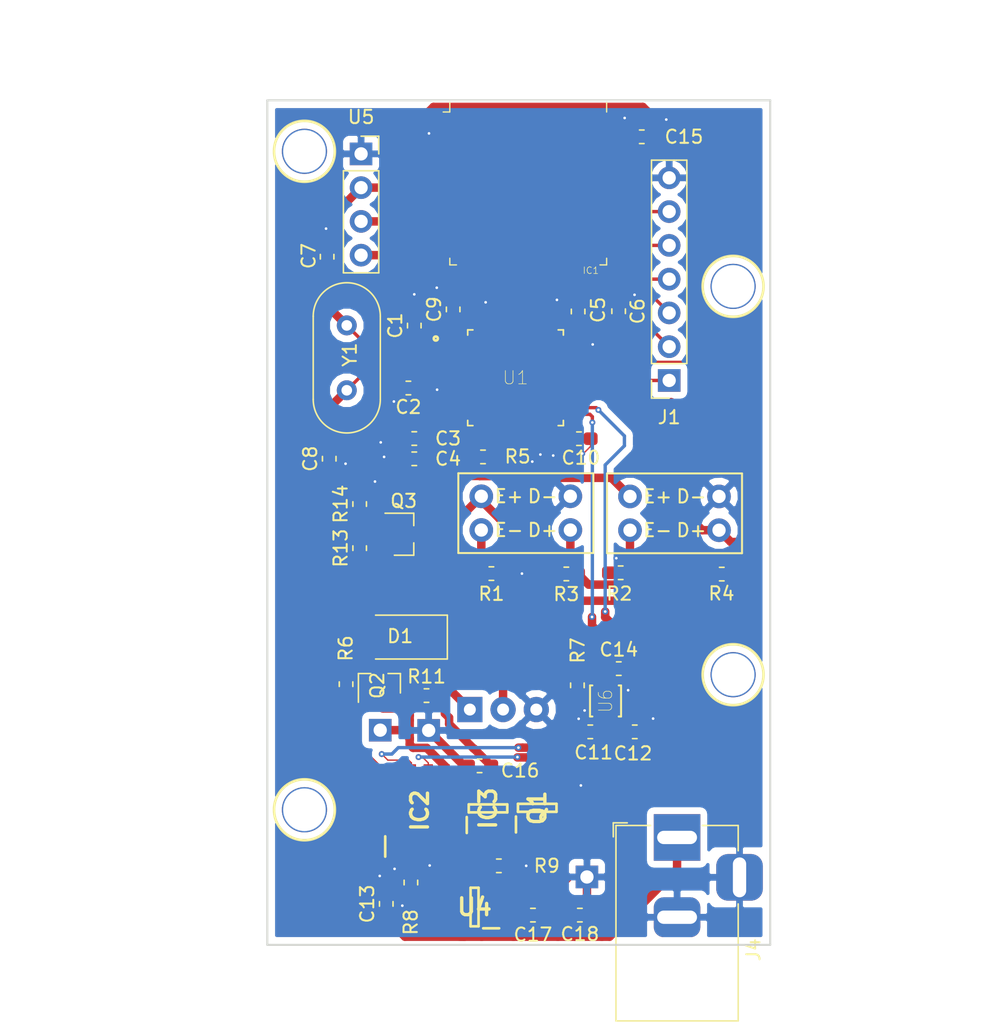
<source format=kicad_pcb>
(kicad_pcb (version 20171130) (host pcbnew 5.0.2+dfsg1-1)
  (title_block (title "EncoderBoard Schematic") (rev v1.0) (company "Developed by Paul Max Avalos Aguilar"))
  (layers (0 F.Cu signal) (31 B.Cu signal) (34 B.Paste user) (35 F.Paste user) (36 B.SilkS user) (37 F.SilkS user) (38 B.Mask user) (39 F.Mask user) (44 Edge.Cuts user))
  (net 0 "")
  (net 1 GND)
  (net 2 +3V3)
  (net 3 "Net-(R1-Pad1)")
  (net 4 "Net-(R2-Pad1)")
  (net 5 /SIGA)
  (net 6 /SIGB)
  (net 7 "Net-(C2-Pad1)")
  (net 8 "Net-(C7-Pad2)")
  (net 9 "Net-(C8-Pad2)")
  (net 10 "Net-(C11-Pad2)")
  (net 11 "Net-(C14-Pad1)")
  (net 12 "Net-(C14-Pad2)")
  (net 13 VCC)
  (net 14 /F1RX)
  (net 15 /F1TX)
  (net 16 "Net-(IC1-Pad7)")
  (net 17 /SWCLK)
  (net 18 /SWDIO)
  (net 19 "Net-(R7-Pad2)")
  (net 20 /F1SCL)
  (net 21 /F1SDA)
  (net 22 "Net-(C16-Pad1)")
  (net 23 "Net-(D1-Pad1)")
  (net 24 /CTS)
  (net 25 /RTS)
  (net 26 "Net-(IC2-Pad2)")
  (net 27 /STDBY)
  (net 28 /CHG)
  (net 29 "Net-(IC3-Pad1)")
  (net 30 "Net-(IC3-Pad2)")
  (net 31 /BOOT0)
  (net 32 "Net-(R13-Pad2)")
  (net 33 /EncEnable)
  (net 34 "Net-(Q3-Pad3)")
  (net 35 /Batt+)
  (module Encoder:Bluetooth_Module_RN4020 (layer F.Cu) (at 123.7742 90.57386)
    (fp_text reference IC1 (at 4.71 6.02) (layer F.SilkS) (effects (font (size 0.5 0.5) (thickness 0.05))))
    (fp_text value RN4020-V_RM120)
    (pad 1 smd rect (at -5.75 -5.45) (size 1.5 0.8) (layers F.Cu F.Paste F.Mask) (net 1 GND))
    (pad 2 smd rect (at -5.75 -4.25) (size 1.5 0.8) (layers F.Cu F.Paste F.Mask))
    (pad 3 smd rect (at -5.75 -3.05) (size 1.5 0.8) (layers F.Cu F.Paste F.Mask))
    (pad 4 smd rect (at -5.75 -1.85) (size 1.5 0.8) (layers F.Cu F.Paste F.Mask))
    (pad 5 smd rect (at -5.75 -0.65) (size 1.5 0.8) (layers F.Cu F.Paste F.Mask) (net 14 /F1RX))
    (pad 6 smd rect (at -5.75 0.55) (size 1.5 0.8) (layers F.Cu F.Paste F.Mask) (net 15 /F1TX))
    (pad 7 smd rect (at -5.75 1.75) (size 1.5 0.8) (layers F.Cu F.Paste F.Mask) (net 16 "Net-(IC1-Pad7)"))
    (pad 8 smd rect (at -5.75 2.95) (size 1.5 0.8) (layers F.Cu F.Paste F.Mask))
    (pad 10 smd rect (at -3 5.45) (size 0.8 1.5) (layers F.Cu F.Paste F.Mask))
    (pad 11 smd rect (at -1.8 5.45) (size 0.8 1.5) (layers F.Cu F.Paste F.Mask))
    (pad 12 smd rect (at -0.6 5.45) (size 0.8 1.5) (layers F.Cu F.Paste F.Mask))
    (pad 13 smd rect (at 0.6 5.45) (size 0.8 1.5) (layers F.Cu F.Paste F.Mask))
    (pad 14 smd rect (at 1.8 5.45) (size 0.8 1.5) (layers F.Cu F.Paste F.Mask) (net 24 /CTS))
    (pad 15 smd rect (at 3 5.45) (size 0.8 1.5) (layers F.Cu F.Paste F.Mask))
    (pad 17 smd rect (at 5.75 2.95) (size 1.5 0.8) (layers F.Cu F.Paste F.Mask))
    (pad 18 smd rect (at 5.75 1.75) (size 1.5 0.8) (layers F.Cu F.Paste F.Mask) (net 25 /RTS))
    (pad 19 smd rect (at 5.75 0.55) (size 1.5 0.8) (layers F.Cu F.Paste F.Mask))
    (pad 20 smd rect (at 5.75 -0.65) (size 1.5 0.8) (layers F.Cu F.Paste F.Mask))
    (pad 21 smd rect (at 5.75 -1.85) (size 1.5 0.8) (layers F.Cu F.Paste F.Mask))
    (pad 22 smd rect (at 5.75 -3.05) (size 1.5 0.8) (layers F.Cu F.Paste F.Mask))
    (pad 23 smd rect (at 5.75 -4.25) (size 1.5 0.8) (layers F.Cu F.Paste F.Mask) (net 2 +3V3))
    (pad 24 smd rect (at 5.75 -5.45) (size 1.5 0.8) (layers F.Cu F.Paste F.Mask) (net 1 GND))
  )
  (module Encoder:Switch_Slide_11.6x4mm_EG1218 (layer F.Cu) (at 119.381647 129.622056)
    (fp_text reference S1 hide)
    (fp_text value EG1218)
    (pad 3 thru_hole circle (at 5 0) (size 1.9 1.9) (drill 0.9) (layers *.Cu *.Mask) (net 1 GND))
    (pad 2 thru_hole circle (at 2.5 0) (size 1.9 1.9) (drill 0.9) (layers *.Cu *.Mask) (net 10 "Net-(C11-Pad2)"))
    (pad 1 thru_hole rect (at 0 0) (size 1.9 1.9) (drill 0.9) (layers *.Cu *.Mask) (net 23 "Net-(D1-Pad1)"))
  )
  (module Encoder:C_0603_1608Metric_Pad1.05x0.95mm_HandSolder (layer F.Cu) (at 115.19916 100.74024 90)
    (fp_text reference C1 (at 0 -1.43 90) (layer F.SilkS))
    (fp_text value 100nF)
    (pad 1 smd roundrect (at -0.875 0 90) (size 1.05 0.95) (layers F.Cu F.Paste F.Mask) (net 2 +3V3))
    (pad 2 smd roundrect (at 0.875 0 90) (size 1.05 0.95) (layers F.Cu F.Paste F.Mask) (net 1 GND))
  )
  (module Encoder:C_0603_1608Metric_Pad1.05x0.95mm_HandSolder (layer F.Cu) (at 114.7572 105.4354 180)
    (fp_text reference C2 (at 0 -1.43 180) (layer F.SilkS))
    (fp_text value 100nF)
    (pad 1 smd roundrect (at -0.875 0 180) (size 1.05 0.95) (layers F.Cu F.Paste F.Mask) (net 7 "Net-(C2-Pad1)"))
    (pad 2 smd roundrect (at 0.875 0 180) (size 1.05 0.95) (layers F.Cu F.Paste F.Mask) (net 1 GND))
  )
  (module Encoder:C_0603_1608Metric_Pad1.05x0.95mm_HandSolder (layer F.Cu) (at 115.19916 109.23524)
    (fp_text reference C3 (at 2.54 0) (layer F.SilkS))
    (fp_text value 100nF)
    (pad 2 smd roundrect (at 0.875 0) (size 1.05 0.95) (layers F.Cu F.Paste F.Mask) (net 2 +3V3))
    (pad 1 smd roundrect (at -0.875 0) (size 1.05 0.95) (layers F.Cu F.Paste F.Mask) (net 1 GND))
  )
  (module Encoder:C_0603_1608Metric_Pad1.05x0.95mm_HandSolder (layer F.Cu) (at 115.19916 110.75924)
    (fp_text reference C4 (at 2.54 0) (layer F.SilkS))
    (fp_text value 1uF)
    (pad 1 smd roundrect (at -0.875 0) (size 1.05 0.95) (layers F.Cu F.Paste F.Mask) (net 1 GND))
    (pad 2 smd roundrect (at 0.875 0) (size 1.05 0.95) (layers F.Cu F.Paste F.Mask) (net 2 +3V3))
  )
  (module Encoder:C_0603_1608Metric_Pad1.05x0.95mm_HandSolder (layer F.Cu) (at 127.52832 99.67976 90)
    (fp_text reference C5 (at 0.11684 1.50368 90) (layer F.SilkS))
    (fp_text value 100nF)
    (pad 2 smd roundrect (at 0.875 0 90) (size 1.05 0.95) (layers F.Cu F.Paste F.Mask) (net 1 GND))
    (pad 1 smd roundrect (at -0.875 0 90) (size 1.05 0.95) (layers F.Cu F.Paste F.Mask) (net 2 +3V3))
  )
  (module Encoder:C_0603_1608Metric_Pad1.05x0.95mm_HandSolder (layer F.Cu) (at 130.57632 99.65944 270)
    (fp_text reference C6 (at 0 -1.43 270) (layer F.SilkS))
    (fp_text value 10uF)
    (pad 1 smd roundrect (at -0.875 0 270) (size 1.05 0.95) (layers F.Cu F.Paste F.Mask) (net 1 GND))
    (pad 2 smd roundrect (at 0.875 0 270) (size 1.05 0.95) (layers F.Cu F.Paste F.Mask) (net 2 +3V3))
  )
  (module Encoder:C_0603_1608Metric_Pad1.05x0.95mm_HandSolder (layer F.Cu) (at 108.64088 95.55988 270)
    (fp_text reference C7 (at -0.05588 1.39192 270) (layer F.SilkS))
    (fp_text value 12pF)
    (pad 2 smd roundrect (at 0.875 0 270) (size 1.05 0.95) (layers F.Cu F.Paste F.Mask) (net 8 "Net-(C7-Pad2)"))
    (pad 1 smd roundrect (at -0.875 0 270) (size 1.05 0.95) (layers F.Cu F.Paste F.Mask) (net 1 GND))
  )
  (module Encoder:C_0603_1608Metric_Pad1.05x0.95mm_HandSolder (layer F.Cu) (at 108.79836 110.75416 90)
    (fp_text reference C8 (at 0 -1.43 90) (layer F.SilkS))
    (fp_text value 12pF)
    (pad 2 smd roundrect (at 0.875 0 90) (size 1.05 0.95) (layers F.Cu F.Paste F.Mask) (net 9 "Net-(C8-Pad2)"))
    (pad 1 smd roundrect (at -0.875 0 90) (size 1.05 0.95) (layers F.Cu F.Paste F.Mask) (net 1 GND))
  )
  (module Encoder:C_0603_1608Metric_Pad1.05x0.95mm_HandSolder (layer F.Cu) (at 118.12524 99.52228 90)
    (fp_text reference C9 (at 0 -1.43 90) (layer F.SilkS))
    (fp_text value 100nF)
    (pad 2 smd roundrect (at 0.875 0 90) (size 1.05 0.95) (layers F.Cu F.Paste F.Mask) (net 1 GND))
    (pad 1 smd roundrect (at -0.875 0 90) (size 1.05 0.95) (layers F.Cu F.Paste F.Mask) (net 2 +3V3))
  )
  (module Encoder:C_0603_1608Metric_Pad1.05x0.95mm_HandSolder (layer F.Cu) (at 127.59436 109.24794)
    (fp_text reference C10 (at 0.1397 1.4351) (layer F.SilkS))
    (fp_text value 100nF)
    (pad 1 smd roundrect (at -0.875 0) (size 1.05 0.95) (layers F.Cu F.Paste F.Mask) (net 2 +3V3))
    (pad 2 smd roundrect (at 0.875 0) (size 1.05 0.95) (layers F.Cu F.Paste F.Mask) (net 1 GND))
  )
  (module Encoder:C_0603_1608Metric_Pad1.05x0.95mm_HandSolder (layer F.Cu) (at 128.444367 131.298456)
    (fp_text reference C11 (at 0.24892 1.55448) (layer F.SilkS))
    (fp_text value 1uF)
    (pad 2 smd roundrect (at 0.875 0) (size 1.05 0.95) (layers F.Cu F.Paste F.Mask) (net 10 "Net-(C11-Pad2)"))
    (pad 1 smd roundrect (at -0.875 0) (size 1.05 0.95) (layers F.Cu F.Paste F.Mask) (net 1 GND))
  )
  (module Encoder:C_0603_1608Metric_Pad1.05x0.95mm_HandSolder (layer F.Cu) (at 131.792087 131.298456)
    (fp_text reference C12 (at -0.13716 1.6256) (layer F.SilkS))
    (fp_text value 4.7uF)
    (pad 1 smd roundrect (at -0.875 0) (size 1.05 0.95) (layers F.Cu F.Paste F.Mask) (net 2 +3V3))
    (pad 2 smd roundrect (at 0.875 0) (size 1.05 0.95) (layers F.Cu F.Paste F.Mask) (net 1 GND))
  )
  (module Encoder:C_0603_1608Metric_Pad1.05x0.95mm_HandSolder (layer F.Cu) (at 130.588127 126.543576)
    (fp_text reference C14 (at 0 -1.43) (layer F.SilkS))
    (fp_text value 1uF)
    (pad 1 smd roundrect (at -0.875 0) (size 1.05 0.95) (layers F.Cu F.Paste F.Mask) (net 11 "Net-(C14-Pad1)"))
    (pad 2 smd roundrect (at 0.875 0) (size 1.05 0.95) (layers F.Cu F.Paste F.Mask) (net 12 "Net-(C14-Pad2)"))
  )
  (module Encoder:C_0603_1608Metric_Pad1.05x0.95mm_HandSolder (layer F.Cu) (at 132.31876 86.5378)
    (fp_text reference C15 (at 3.175 0) (layer F.SilkS))
    (fp_text value 4.7uF)
    (pad 1 smd roundrect (at -0.875 0) (size 1.05 0.95) (layers F.Cu F.Paste F.Mask) (net 2 +3V3))
    (pad 2 smd roundrect (at 0.875 0) (size 1.05 0.95) (layers F.Cu F.Paste F.Mask) (net 1 GND))
  )
  (module Encoder:R_0603_1608Metric_Pad1.05x0.95mm_HandSolder (layer F.Cu) (at 121.00306 119.39524)
    (fp_text reference R1 (at 0 1.524) (layer F.SilkS))
    (fp_text value 220)
    (pad 1 smd roundrect (at -0.875 0) (size 1.05 0.95) (layers F.Cu F.Paste F.Mask) (net 3 "Net-(R1-Pad1)"))
    (pad 2 smd roundrect (at 0.875 0) (size 1.05 0.95) (layers F.Cu F.Paste F.Mask) (net 1 GND))
  )
  (module Encoder:R_0603_1608Metric_Pad1.05x0.95mm_HandSolder (layer F.Cu) (at 130.73126 119.33174 180)
    (fp_text reference R2 (at 0.1016 -1.5748 180) (layer F.SilkS))
    (fp_text value 220)
    (pad 2 smd roundrect (at 0.875 0 180) (size 1.05 0.95) (layers F.Cu F.Paste F.Mask) (net 1 GND))
    (pad 1 smd roundrect (at -0.875 0 180) (size 1.05 0.95) (layers F.Cu F.Paste F.Mask) (net 4 "Net-(R2-Pad1)"))
  )
  (module Encoder:R_0603_1608Metric_Pad1.05x0.95mm_HandSolder (layer F.Cu) (at 126.64186 119.42064)
    (fp_text reference R3 (at 0 1.524) (layer F.SilkS))
    (fp_text value 1.2K)
    (pad 1 smd roundrect (at -0.875 0) (size 1.05 0.95) (layers F.Cu F.Paste F.Mask) (net 34 "Net-(Q3-Pad3)"))
    (pad 2 smd roundrect (at 0.875 0) (size 1.05 0.95) (layers F.Cu F.Paste F.Mask) (net 6 /SIGB))
  )
  (module Encoder:R_0603_1608Metric_Pad1.05x0.95mm_HandSolder (layer F.Cu) (at 138.33856 119.43334)
    (fp_text reference R4 (at -0.0254 1.4605) (layer F.SilkS))
    (fp_text value 1.2K)
    (pad 2 smd roundrect (at 0.875 0) (size 1.05 0.95) (layers F.Cu F.Paste F.Mask) (net 5 /SIGA))
    (pad 1 smd roundrect (at -0.875 0) (size 1.05 0.95) (layers F.Cu F.Paste F.Mask) (net 34 "Net-(Q3-Pad3)"))
  )
  (module Encoder:R_0603_1608Metric_Pad1.05x0.95mm_HandSolder (layer F.Cu) (at 120.3706 110.617)
    (fp_text reference R5 (at 2.6035 -0.0254) (layer F.SilkS))
    (fp_text value 10K)
    (pad 1 smd roundrect (at -0.875 0) (size 1.05 0.95) (layers F.Cu F.Paste F.Mask) (net 31 /BOOT0))
    (pad 2 smd roundrect (at 0.875 0) (size 1.05 0.95) (layers F.Cu F.Paste F.Mask) (net 1 GND))
  )
  (module Encoder:R_0603_1608Metric_Pad1.05x0.95mm_HandSolder (layer F.Cu) (at 110.064927 127.711976 90)
    (fp_text reference R6 (at 2.6924 -0.0254 90) (layer F.SilkS))
    (fp_text value 10K)
    (pad 2 smd roundrect (at 0.875 0 90) (size 1.05 0.95) (layers F.Cu F.Paste F.Mask) (net 1 GND))
    (pad 1 smd roundrect (at -0.875 0 90) (size 1.05 0.95) (layers F.Cu F.Paste F.Mask) (net 13 VCC))
  )
  (module Encoder:R_0603_1608Metric_Pad1.05x0.95mm_HandSolder (layer F.Cu) (at 127.474087 127.798336 90)
    (fp_text reference R7 (at 2.62128 0.0254 90) (layer F.SilkS))
    (fp_text value 10K)
    (pad 1 smd roundrect (at -0.875 0 90) (size 1.05 0.95) (layers F.Cu F.Paste F.Mask) (net 10 "Net-(C11-Pad2)"))
    (pad 2 smd roundrect (at 0.875 0 90) (size 1.05 0.95) (layers F.Cu F.Paste F.Mask) (net 19 "Net-(R7-Pad2)"))
  )
  (module Encoder:QFP50P900X900X160-48N (layer F.Cu) (at 122.81916 104.66324)
    (fp_text reference U1 (at 0 0) (layer F.SilkS) (effects (font (thickness 0.05))))
    (fp_text value STM32F103C8T6 hide)
    (pad 1 smd rect (at -4.18 -2.75 90) (size 0.28 1.56) (layers F.Cu F.Paste F.Mask) (net 2 +3V3))
    (pad 2 smd rect (at -4.18 -2.25 90) (size 0.28 1.56) (layers F.Cu F.Paste F.Mask))
    (pad 3 smd rect (at -4.18 -1.75 90) (size 0.28 1.56) (layers F.Cu F.Paste F.Mask))
    (pad 4 smd rect (at -4.18 -1.25 90) (size 0.28 1.56) (layers F.Cu F.Paste F.Mask))
    (pad 5 smd rect (at -4.18 -0.75 90) (size 0.28 1.56) (layers F.Cu F.Paste F.Mask) (net 8 "Net-(C7-Pad2)"))
    (pad 6 smd rect (at -4.18 -0.25 90) (size 0.28 1.56) (layers F.Cu F.Paste F.Mask) (net 9 "Net-(C8-Pad2)"))
    (pad 7 smd rect (at -4.18 0.25 90) (size 0.28 1.56) (layers F.Cu F.Paste F.Mask) (net 7 "Net-(C2-Pad1)"))
    (pad 8 smd rect (at -4.18 0.75 90) (size 0.28 1.56) (layers F.Cu F.Paste F.Mask) (net 1 GND))
    (pad 9 smd rect (at -4.18 1.25 90) (size 0.28 1.56) (layers F.Cu F.Paste F.Mask) (net 2 +3V3))
    (pad 10 smd rect (at -4.18 1.75 90) (size 0.28 1.56) (layers F.Cu F.Paste F.Mask))
    (pad 11 smd rect (at -4.18 2.25 90) (size 0.28 1.56) (layers F.Cu F.Paste F.Mask) (net 32 "Net-(R13-Pad2)"))
    (pad 12 smd rect (at -4.18 2.75 90) (size 0.28 1.56) (layers F.Cu F.Paste F.Mask))
    (pad 13 smd rect (at -2.75 4.18) (size 0.28 1.56) (layers F.Cu F.Paste F.Mask))
    (pad 14 smd rect (at -2.25 4.18) (size 0.28 1.56) (layers F.Cu F.Paste F.Mask) (net 33 /EncEnable))
    (pad 15 smd rect (at -1.75 4.18) (size 0.28 1.56) (layers F.Cu F.Paste F.Mask))
    (pad 16 smd rect (at -1.25 4.18) (size 0.28 1.56) (layers F.Cu F.Paste F.Mask))
    (pad 17 smd rect (at -0.75 4.18) (size 0.28 1.56) (layers F.Cu F.Paste F.Mask))
    (pad 18 smd rect (at -0.25 4.18) (size 0.28 1.56) (layers F.Cu F.Paste F.Mask))
    (pad 19 smd rect (at 0.25 4.18) (size 0.28 1.56) (layers F.Cu F.Paste F.Mask))
    (pad 20 smd rect (at 0.75 4.18) (size 0.28 1.56) (layers F.Cu F.Paste F.Mask) (net 1 GND))
    (pad 21 smd rect (at 1.25 4.18) (size 0.28 1.56) (layers F.Cu F.Paste F.Mask))
    (pad 22 smd rect (at 1.75 4.18) (size 0.28 1.56) (layers F.Cu F.Paste F.Mask))
    (pad 23 smd rect (at 2.25 4.18) (size 0.28 1.56) (layers F.Cu F.Paste F.Mask) (net 1 GND))
    (pad 24 smd rect (at 2.75 4.18) (size 0.28 1.56) (layers F.Cu F.Paste F.Mask) (net 2 +3V3))
    (pad 25 smd rect (at 4.18 2.75 90) (size 0.28 1.56) (layers F.Cu F.Paste F.Mask) (net 28 /CHG))
    (pad 26 smd rect (at 4.18 2.25 90) (size 0.28 1.56) (layers F.Cu F.Paste F.Mask) (net 27 /STDBY))
    (pad 27 smd rect (at 4.18 1.75 90) (size 0.28 1.56) (layers F.Cu F.Paste F.Mask))
    (pad 28 smd rect (at 4.18 1.25 90) (size 0.28 1.56) (layers F.Cu F.Paste F.Mask))
    (pad 29 smd rect (at 4.18 0.75 90) (size 0.28 1.56) (layers F.Cu F.Paste F.Mask) (net 6 /SIGB))
    (pad 30 smd rect (at 4.18 0.25 90) (size 0.28 1.56) (layers F.Cu F.Paste F.Mask))
    (pad 31 smd rect (at 4.18 -0.25 90) (size 0.28 1.56) (layers F.Cu F.Paste F.Mask) (net 5 /SIGA))
    (pad 32 smd rect (at 4.18 -0.75 90) (size 0.28 1.56) (layers F.Cu F.Paste F.Mask))
    (pad 33 smd rect (at 4.18 -1.25 90) (size 0.28 1.56) (layers F.Cu F.Paste F.Mask))
    (pad 34 smd rect (at 4.18 -1.75 90) (size 0.28 1.56) (layers F.Cu F.Paste F.Mask) (net 18 /SWDIO))
    (pad 35 smd rect (at 4.18 -2.25 90) (size 0.28 1.56) (layers F.Cu F.Paste F.Mask) (net 1 GND))
    (pad 36 smd rect (at 4.18 -2.75 90) (size 0.28 1.56) (layers F.Cu F.Paste F.Mask) (net 2 +3V3))
    (pad 37 smd rect (at 2.75 -4.18) (size 0.28 1.56) (layers F.Cu F.Paste F.Mask) (net 17 /SWCLK))
    (pad 38 smd rect (at 2.25 -4.18) (size 0.28 1.56) (layers F.Cu F.Paste F.Mask) (net 5 /SIGA))
    (pad 39 smd rect (at 1.75 -4.18) (size 0.28 1.56) (layers F.Cu F.Paste F.Mask) (net 6 /SIGB))
    (pad 40 smd rect (at 1.25 -4.18) (size 0.28 1.56) (layers F.Cu F.Paste F.Mask))
    (pad 41 smd rect (at 0.75 -4.18) (size 0.28 1.56) (layers F.Cu F.Paste F.Mask) (net 16 "Net-(IC1-Pad7)"))
    (pad 42 smd rect (at 0.25 -4.18) (size 0.28 1.56) (layers F.Cu F.Paste F.Mask) (net 15 /F1TX))
    (pad 43 smd rect (at -0.25 -4.18) (size 0.28 1.56) (layers F.Cu F.Paste F.Mask) (net 14 /F1RX))
    (pad 44 smd rect (at -0.75 -4.18) (size 0.28 1.56) (layers F.Cu F.Paste F.Mask) (net 31 /BOOT0))
    (pad 45 smd rect (at -1.25 -4.18) (size 0.28 1.56) (layers F.Cu F.Paste F.Mask) (net 20 /F1SCL))
    (pad 46 smd rect (at -1.75 -4.18) (size 0.28 1.56) (layers F.Cu F.Paste F.Mask) (net 21 /F1SDA))
    (pad 47 smd rect (at -2.25 -4.18) (size 0.28 1.56) (layers F.Cu F.Paste F.Mask) (net 1 GND))
    (pad 48 smd rect (at -2.75 -4.18) (size 0.28 1.56) (layers F.Cu F.Paste F.Mask) (net 2 +3V3))
  )
  (module Encoder:OptointerrupterConnector (layer F.Cu) (at 123.59386 114.84864)
    (fp_text reference U2 hide)
    (fp_text value ITR1802A)
    (fp_text user E+ (at -1.27 -1.27) (layer F.SilkS))
    (fp_text user E- (at -1.27 1.27) (layer F.SilkS))
    (fp_text user D+ (at 1.27 1.27) (layer F.SilkS))
    (fp_text user D- (at 1.27 -1.27) (layer F.SilkS))
    (pad 2 thru_hole circle (at -3.35 1.27) (size 1.778 1.778) (drill 1) (layers *.Cu *.Mask) (net 3 "Net-(R1-Pad1)"))
    (pad 3 thru_hole circle (at 3.35 1.27) (size 1.778 1.778) (drill 1) (layers *.Cu *.Mask) (net 6 /SIGB))
    (pad 1 thru_hole circle (at -3.35 -1.27) (size 1.778 1.778) (drill 1) (layers *.Cu *.Mask) (net 34 "Net-(Q3-Pad3)"))
    (pad 4 thru_hole circle (at 3.35 -1.27) (size 1.778 1.778) (drill 1) (layers *.Cu *.Mask) (net 1 GND))
  )
  (module Encoder:OptointerrupterConnector (layer F.Cu) (at 134.78256 114.86134)
    (fp_text reference U3 hide)
    (fp_text value ITR1802B)
    (fp_text user D- (at 1.27 -1.27) (layer F.SilkS))
    (fp_text user D+ (at 1.27 1.27) (layer F.SilkS))
    (fp_text user E- (at -1.27 1.27) (layer F.SilkS))
    (fp_text user E+ (at -1.27 -1.27) (layer F.SilkS))
    (pad 4 thru_hole circle (at 3.35 -1.27) (size 1.778 1.778) (drill 1) (layers *.Cu *.Mask) (net 1 GND))
    (pad 1 thru_hole circle (at -3.35 -1.27) (size 1.778 1.778) (drill 1) (layers *.Cu *.Mask) (net 34 "Net-(Q3-Pad3)"))
    (pad 3 thru_hole circle (at 3.35 1.27) (size 1.778 1.778) (drill 1) (layers *.Cu *.Mask) (net 5 /SIGA))
    (pad 2 thru_hole circle (at -3.35 1.27) (size 1.778 1.778) (drill 1) (layers *.Cu *.Mask) (net 4 "Net-(R2-Pad1)"))
  )
  (module Encoder:DFN-6_DC (layer F.Cu) (at 129.592447 128.976896 90)
    (fp_text reference U6 (at 0 0 90) (layer F.SilkS) (effects (font (size 1 0.9) (thickness 0.05))))
    (fp_text value LTC3240 hide)
    (pad 1 smd rect (at -0.9524 -0.5 90) (size 0.8048 0.3) (layers F.Cu F.Paste F.Mask) (net 1 GND))
    (pad 2 smd rect (at -0.9524 0 90) (size 0.8048 0.3) (layers F.Cu F.Paste F.Mask) (net 10 "Net-(C11-Pad2)"))
    (pad 3 smd rect (at -0.9524 0.5 90) (size 0.8048 0.3) (layers F.Cu F.Paste F.Mask) (net 2 +3V3))
    (pad 4 smd rect (at 0.9524 0.5 90) (size 0.8048 0.3) (layers F.Cu F.Paste F.Mask) (net 12 "Net-(C14-Pad2)"))
    (pad 5 smd rect (at 0.9524 0 90) (size 0.8048 0.3) (layers F.Cu F.Paste F.Mask) (net 11 "Net-(C14-Pad1)"))
    (pad 6 smd rect (at 0.9524 -0.5 90) (size 0.8048 0.3) (layers F.Cu F.Paste F.Mask) (net 19 "Net-(R7-Pad2)"))
    (pad 7 smd rect (at 0 0 90) (size 0.61 1.42) (layers F.Cu F.Paste F.Mask) (net 1 GND))
  )
  (module Encoder:Crystal_HC49-U_Vertical (layer F.Cu) (at 110.11916 100.72624 270)
    (fp_text reference Y1 (at 2.19964 -0.2286 270) (layer F.SilkS))
    (fp_text value 8Mhz)
    (pad 1 thru_hole circle (at 0 0 270) (size 1.5 1.5) (drill 0.8) (layers *.Cu *.Mask) (net 8 "Net-(C7-Pad2)"))
    (pad 2 thru_hole circle (at 4.88 0 270) (size 1.5 1.5) (drill 0.8) (layers *.Cu *.Mask) (net 9 "Net-(C8-Pad2)"))
  )
  (module Encoder:C_0603_1608Metric_Pad1.05x0.95mm_HandSolder (layer F.Cu) (at 113.090067 144.239756 90)
    (fp_text reference C13 (at 0 -1.43 90) (layer F.SilkS))
    (fp_text value 10uF)
    (pad 2 smd roundrect (at 0.875 0 90) (size 1.05 0.95) (layers F.Cu F.Paste F.Mask) (net 1 GND))
    (pad 1 smd roundrect (at -0.875 0 90) (size 1.05 0.95) (layers F.Cu F.Paste F.Mask) (net 13 VCC))
  )
  (module Encoder:C_0603_1608Metric_Pad1.05x0.95mm_HandSolder (layer F.Cu) (at 120.113167 133.856236 180)
    (fp_text reference C16 (at -3.051433 -0.357364 180) (layer F.SilkS))
    (fp_text value .1uF)
    (pad 1 smd roundrect (at -0.875 0 180) (size 1.05 0.95) (layers F.Cu F.Paste F.Mask) (net 22 "Net-(C16-Pad1)"))
    (pad 2 smd roundrect (at 0.875 0 180) (size 1.05 0.95) (layers F.Cu F.Paste F.Mask) (net 1 GND))
  )
  (module Encoder:D_SMA (layer F.Cu) (at 114.286407 124.171216 180)
    (fp_text reference D1 (at 0.1524 0.06604 180) (layer F.SilkS))
    (fp_text value D)
    (pad 1 smd rect (at -2 0 180) (size 2.5 1.8) (layers F.Cu F.Paste F.Mask) (net 23 "Net-(D1-Pad1)"))
    (pad 2 smd rect (at 2 0 180) (size 2.5 1.8) (layers F.Cu F.Paste F.Mask) (net 13 VCC))
  )
  (module "Encoder:Sop(8)" (layer F.Cu) (at 115.617367 137.209036 90)
    (fp_text reference IC2 (at 0 0 90) (layer F.SilkS) (effects (font (size 1.27 1.27) (thickness 0.254))))
    (fp_text value TP4056 hide)
    (pad 1 smd rect (at -2.712 -1.905 180) (size 0.7 1.525) (layers F.Cu F.Paste F.Mask) (net 1 GND))
    (pad 2 smd rect (at -2.712 -0.635 180) (size 0.7 1.525) (layers F.Cu F.Paste F.Mask) (net 26 "Net-(IC2-Pad2)"))
    (pad 3 smd rect (at -2.712 0.635 180) (size 0.7 1.525) (layers F.Cu F.Paste F.Mask) (net 1 GND))
    (pad 4 smd rect (at -2.712 1.905 180) (size 0.7 1.525) (layers F.Cu F.Paste F.Mask) (net 13 VCC))
    (pad 5 smd rect (at 2.712 1.905 180) (size 0.7 1.525) (layers F.Cu F.Paste F.Mask) (net 35 /Batt+))
    (pad 6 smd rect (at 2.712 0.635 180) (size 0.7 1.525) (layers F.Cu F.Paste F.Mask) (net 27 /STDBY))
    (pad 7 smd rect (at 2.712 -0.635 180) (size 0.7 1.525) (layers F.Cu F.Paste F.Mask) (net 28 /CHG))
    (pad 8 smd rect (at 2.712 -1.905 180) (size 0.7 1.525) (layers F.Cu F.Paste F.Mask) (net 13 VCC))
    (pad 9 smd rect (at 0 0 90) (size 2.513 3.402) (layers F.Cu F.Paste F.Mask))
  )
  (module "Encoder:Sot-23(6)" (layer F.Cu) (at 120.748167 137.056636 90)
    (fp_text reference IC3 (at 0 0 90) (layer F.SilkS) (effects (font (size 1.27 1.27) (thickness 0.254))))
    (fp_text value DW01+G hide)
    (pad 1 smd rect (at -1.25 -0.95 180) (size 0.6 1.2) (layers F.Cu F.Paste F.Mask) (net 29 "Net-(IC3-Pad1)"))
    (pad 2 smd rect (at -1.25 0 180) (size 0.6 1.2) (layers F.Cu F.Paste F.Mask) (net 30 "Net-(IC3-Pad2)"))
    (pad 3 smd rect (at -1.25 0.95 180) (size 0.6 1.2) (layers F.Cu F.Paste F.Mask))
    (pad 4 smd rect (at 1.25 0.95 180) (size 0.6 1.2) (layers F.Cu F.Paste F.Mask))
    (pad 5 smd rect (at 1.25 0 180) (size 0.6 1.2) (layers F.Cu F.Paste F.Mask) (net 22 "Net-(C16-Pad1)"))
    (pad 6 smd rect (at 1.25 -0.95 180) (size 0.6 1.2) (layers F.Cu F.Paste F.Mask) (net 1 GND))
  )
  (module Encoder:PinSocket_1x07_P2.54mm_Vertical (layer F.Cu) (at 134.38124 104.86644 180)
    (fp_text reference J1 (at 0 -2.77 180) (layer F.SilkS))
    (fp_text value Conn_01x07_Male)
    (pad 1 thru_hole rect (at 0 0 180) (size 1.7 1.7) (drill 1) (layers *.Cu *.Mask) (net 18 /SWDIO))
    (pad 2 thru_hole oval (at 0 2.54 180) (size 1.7 1.7) (drill 1) (layers *.Cu *.Mask) (net 17 /SWCLK))
    (pad 3 thru_hole oval (at 0 5.08 180) (size 1.7 1.7) (drill 1) (layers *.Cu *.Mask) (net 24 /CTS))
    (pad 4 thru_hole oval (at 0 7.62 180) (size 1.7 1.7) (drill 1) (layers *.Cu *.Mask) (net 15 /F1TX))
    (pad 5 thru_hole oval (at 0 10.16 180) (size 1.7 1.7) (drill 1) (layers *.Cu *.Mask) (net 14 /F1RX))
    (pad 6 thru_hole oval (at 0 12.7 180) (size 1.7 1.7) (drill 1) (layers *.Cu *.Mask) (net 25 /RTS))
    (pad 7 thru_hole oval (at 0 15.24 180) (size 1.7 1.7) (drill 1) (layers *.Cu *.Mask) (net 1 GND))
  )
  (module "Encoder:Sot-23(6)" (layer F.Cu) (at 124.451487 137.013456 90)
    (fp_text reference Q1 (at 0 0 90) (layer F.SilkS) (effects (font (size 1.27 1.27) (thickness 0.254))))
    (fp_text value FS8205 hide)
    (pad 6 smd rect (at 1.25 -0.95 180) (size 0.6 1.2) (layers F.Cu F.Paste F.Mask))
    (pad 5 smd rect (at 1.25 0 180) (size 0.6 1.2) (layers F.Cu F.Paste F.Mask) (net 1 GND))
    (pad 4 smd rect (at 1.25 0.95 180) (size 0.6 1.2) (layers F.Cu F.Paste F.Mask) (net 29 "Net-(IC3-Pad1)"))
    (pad 3 smd rect (at -1.25 0.95 180) (size 0.6 1.2) (layers F.Cu F.Paste F.Mask) (net 1 GND))
    (pad 2 smd rect (at -1.25 0 180) (size 0.6 1.2) (layers F.Cu F.Paste F.Mask))
    (pad 1 smd rect (at -1.25 -0.95 180) (size 0.6 1.2) (layers F.Cu F.Paste F.Mask))
  )
  (module Encoder:SOT-23 (layer F.Cu) (at 112.574447 127.671336 90)
    (fp_text reference Q2 (at -0.14224 -0.15748 90) (layer F.SilkS))
    (fp_text value Q_PMOS_GSD)
    (pad 1 smd rect (at -1 -0.95 90) (size 0.9 0.8) (layers F.Cu F.Paste F.Mask) (net 13 VCC))
    (pad 2 smd rect (at -1 0.95 90) (size 0.9 0.8) (layers F.Cu F.Paste F.Mask) (net 23 "Net-(D1-Pad1)"))
    (pad 3 smd rect (at 1 0 90) (size 0.9 0.8) (layers F.Cu F.Paste F.Mask) (net 35 /Batt+))
  )
  (module Encoder:R_0603_1608Metric_Pad1.05x0.95mm_HandSolder (layer F.Cu) (at 114.944267 142.631936 270)
    (fp_text reference R8 (at 2.986264 0.009267 270) (layer F.SilkS))
    (fp_text value 1.2K)
    (pad 1 smd roundrect (at -0.875 0 270) (size 1.05 0.95) (layers F.Cu F.Paste F.Mask) (net 26 "Net-(IC2-Pad2)"))
    (pad 2 smd roundrect (at 0.875 0 270) (size 1.05 0.95) (layers F.Cu F.Paste F.Mask) (net 1 GND))
  )
  (module Encoder:R_0603_1608Metric_Pad1.05x0.95mm_HandSolder (layer F.Cu) (at 121.5644 141.3764)
    (fp_text reference R9 (at 3.6068 0) (layer F.SilkS))
    (fp_text value 1K)
    (pad 1 smd roundrect (at -0.875 0) (size 1.05 0.95) (layers F.Cu F.Paste F.Mask) (net 30 "Net-(IC3-Pad2)"))
    (pad 2 smd roundrect (at 0.875 0) (size 1.05 0.95) (layers F.Cu F.Paste F.Mask) (net 1 GND))
  )
  (module Encoder:R_0603_1608Metric_Pad1.05x0.95mm_HandSolder (layer F.Cu) (at 116.120287 128.570496)
    (fp_text reference R11 (at 0 -1.43) (layer F.SilkS))
    (fp_text value 100)
    (pad 2 smd roundrect (at 0.875 0) (size 1.05 0.95) (layers F.Cu F.Paste F.Mask) (net 22 "Net-(C16-Pad1)"))
    (pad 1 smd roundrect (at -0.875 0) (size 1.05 0.95) (layers F.Cu F.Paste F.Mask) (net 35 /Batt+))
  )
  (module Encoder:R_0603_1608Metric_Pad1.05x0.95mm_HandSolder (layer F.Cu) (at 111.08944 117.48008 90)
    (fp_text reference R13 (at 0 -1.43 90) (layer F.SilkS))
    (fp_text value 10K)
    (pad 2 smd roundrect (at 0.875 0 90) (size 1.05 0.95) (layers F.Cu F.Paste F.Mask) (net 32 "Net-(R13-Pad2)"))
    (pad 1 smd roundrect (at -0.875 0 90) (size 1.05 0.95) (layers F.Cu F.Paste F.Mask) (net 35 /Batt+))
  )
  (module Encoder:R_0603_1608Metric_Pad1.05x0.95mm_HandSolder (layer F.Cu) (at 111.08944 114.16284 90)
    (fp_text reference R14 (at 0 -1.43 90) (layer F.SilkS))
    (fp_text value 10K)
    (pad 1 smd roundrect (at -0.875 0 90) (size 1.05 0.95) (layers F.Cu F.Paste F.Mask) (net 32 "Net-(R13-Pad2)"))
    (pad 2 smd roundrect (at 0.875 0 90) (size 1.05 0.95) (layers F.Cu F.Paste F.Mask) (net 1 GND))
  )
  (module Encoder:PinSocket_1x04_P2.54mm_Vertical (layer F.Cu) (at 111.19612 87.82304)
    (fp_text reference U5 (at 0 -2.77) (layer F.SilkS))
    (fp_text value SSD1306OLED)
    (pad 1 thru_hole rect (at 0 0) (size 1.7 1.7) (drill 1) (layers *.Cu *.Mask) (net 1 GND))
    (pad 2 thru_hole oval (at 0 2.54) (size 1.7 1.7) (drill 1) (layers *.Cu *.Mask) (net 2 +3V3))
    (pad 3 thru_hole oval (at 0 5.08) (size 1.7 1.7) (drill 1) (layers *.Cu *.Mask) (net 20 /F1SCL))
    (pad 4 thru_hole oval (at 0 7.62) (size 1.7 1.7) (drill 1) (layers *.Cu *.Mask) (net 21 /F1SDA))
  )
  (module Encoder:No3dmodelPinHeader_1x01_P2.54mm_Vertical (layer F.Cu) (at 112.635407 131.171456 90)
    (fp_text reference J5 hide)
    (fp_text value Batt+)
    (pad 1 thru_hole rect (at 0 0 90) (size 1.7 1.7) (drill 1) (layers *.Cu *.Mask) (net 35 /Batt+))
  )
  (module Encoder:No3dmodelPinHeader_1x01_P2.54mm_Vertical (layer F.Cu) (at 116.2812 131.191 90)
    (fp_text reference J7 hide)
    (fp_text value Batt-)
    (pad 1 thru_hole rect (at 0 0 90) (size 1.7 1.7) (drill 1) (layers *.Cu *.Mask) (net 1 GND))
  )
  (module Encoder:SOT-23 (layer F.Cu) (at 114.4016 116.4336)
    (fp_text reference Q3 (at 0 -2.5) (layer F.SilkS))
    (fp_text value Q_PMOS_GSD)
    (pad 1 smd rect (at -1 -0.95) (size 0.9 0.8) (layers F.Cu F.Paste F.Mask) (net 33 /EncEnable))
    (pad 2 smd rect (at -1 0.95) (size 0.9 0.8) (layers F.Cu F.Paste F.Mask) (net 2 +3V3))
    (pad 3 smd rect (at 1 0) (size 0.9 0.8) (layers F.Cu F.Paste F.Mask) (net 34 "Net-(Q3-Pad3)"))
  )
  (module Encoder:C_0603_1608Metric_Pad1.05x0.95mm_HandSolder (layer F.Cu) (at 124.1298 145.0848 180)
    (fp_text reference C17 (at 0 -1.4732) (layer F.SilkS))
    (fp_text value 1uF)
    (pad 1 smd roundrect (at -0.875 0 180) (size 1.05 0.95) (layers F.Cu F.Paste F.Mask) (net 13 VCC))
    (pad 2 smd roundrect (at 0.875 0 180) (size 1.05 0.95) (layers F.Cu F.Paste F.Mask) (net 1 GND))
  )
  (module Encoder:BarrelJack_Horizontal (layer F.Cu) (at 134.9756 139.2428 90)
    (fp_text reference J4 (at -8.45 5.75 90) (layer F.SilkS))
    (fp_text value Barrel_Jack_Switch)
    (pad 1 thru_hole rect (at 0 0 90) (size 3.5 3.5) (drill oval 1 3) (layers *.Cu *.Mask) (net 13 VCC))
    (pad 2 thru_hole roundrect (at -6 0 90) (size 3 3.5) (drill oval 1 3) (layers *.Cu *.Mask) (net 1 GND))
    (pad 3 thru_hole roundrect (at -3 4.7 90) (size 3.5 3.5) (drill oval 3 1) (layers *.Cu *.Mask) (net 1 GND))
  )
  (module "Encoder:Sot-23(6)" (layer F.Cu) (at 119.7356 144.4752 180)
    (fp_text reference U4 (at 0 0) (layer F.SilkS) (effects (font (size 1.27 1.27) (thickness 0.254))))
    (fp_text value 82402305 hide)
    (pad 1 smd rect (at -1.25 -0.95 270) (size 0.6 1.2) (layers F.Cu F.Paste F.Mask))
    (pad 2 smd rect (at -1.25 0 270) (size 0.6 1.2) (layers F.Cu F.Paste F.Mask) (net 1 GND))
    (pad 3 smd rect (at -1.25 0.95 270) (size 0.6 1.2) (layers F.Cu F.Paste F.Mask))
    (pad 4 smd rect (at 1.25 0.95 270) (size 0.6 1.2) (layers F.Cu F.Paste F.Mask))
    (pad 5 smd rect (at 1.25 0 270) (size 0.6 1.2) (layers F.Cu F.Paste F.Mask) (net 13 VCC))
    (pad 6 smd rect (at 1.25 -0.95 270) (size 0.6 1.2) (layers F.Cu F.Paste F.Mask))
  )
  (module Encoder:C_0603_1608Metric_Pad1.05x0.95mm_HandSolder (layer F.Cu) (at 127.6604 145.0848 180)
    (fp_text reference C18 (at 0 -1.43 180) (layer F.SilkS))
    (fp_text value 1uF)
    (pad 1 smd roundrect (at -0.875 0 180) (size 1.05 0.95) (layers F.Cu F.Paste F.Mask) (net 13 VCC))
    (pad 2 smd roundrect (at 0.875 0 180) (size 1.05 0.95) (layers F.Cu F.Paste F.Mask) (net 1 GND))
  )
  (module Encoder:No3dmodelPinHeader_1x01_P2.54mm_Vertical (layer F.Cu) (at 128.1938 142.2146)
    (fp_text reference J2 hide)
    (fp_text value GNDPWR)
    (pad 1 thru_hole rect (at 0 0) (size 1.7 1.7) (drill 1) (layers *.Cu *.Mask) (net 1 GND))
  )
  (gr_circle (center 106.934 87.63) (end 109.223525 87.63) (layer F.SilkS) (width 0.2))
  (gr_circle (center 106.934 137.16) (end 109.223525 137.16) (layer F.SilkS) (width 0.2))
  (gr_circle (center 139.192 127) (end 141.481525 127) (layer F.SilkS) (width 0.2))
  (gr_circle (center 139.192 97.79) (end 141.481525 97.79) (layer F.SilkS) (width 0.2))
  (gr_line (start 104.14 83.7946) (end 104.14 147.32) (layer Edge.Cuts) (width 0.15))
  (gr_line (start 104.14 83.7946) (end 141.986 83.7946) (layer Edge.Cuts) (width 0.15))
  (gr_line (start 141.986 83.7946) (end 141.986 147.32) (layer Edge.Cuts) (width 0.15))
  (gr_line (start 104.14 147.32) (end 141.986 147.32) (layer Edge.Cuts) (width 0.15))
  (via (at 139.192 97.79) (size 3.4) (drill 3.2) (layers F.Cu B.Cu) (net 0))
  (via (at 106.934 137.16) (size 3.4) (drill 3.2) (layers F.Cu B.Cu) (net 0))
  (via (at 106.934 87.63) (size 3.4) (drill 3.2) (layers F.Cu B.Cu) (net 0))
  (via (at 139.192 127) (size 3.4) (drill 3.2) (layers F.Cu B.Cu) (net 0))
  (segment (start 129.592447 128.976896) (end 129.587367 128.976896) (width 0.254) (layer F.Cu) (net 1))
  (segment (start 129.5242 85.12386) (end 131.03014 85.12386) (width 0.1016) (layer F.Cu) (net 1))
  (via (at 131.03014 85.12386) (size 0.45) (drill 0.2) (layers F.Cu B.Cu) (net 1))
  (segment (start 133.19376 86.5378) (end 134.1628 85.56876) (width 0.1016) (layer F.Cu) (net 1))
  (segment (start 134.1628 85.56876) (end 134.1628 85.2424) (width 0.1016) (layer F.Cu) (net 1))
  (via (at 134.1628 85.2424) (size 0.45) (drill 0.2) (layers F.Cu B.Cu) (net 1))
  (segment (start 117.1726 85.12386) (end 116.3066 85.98986) (width 0.1016) (layer F.Cu) (net 1))
  (segment (start 118.0242 85.12386) (end 117.1726 85.12386) (width 0.1016) (layer F.Cu) (net 1))
  (segment (start 116.3066 85.98986) (end 116.3066 86.2838) (width 0.1016) (layer F.Cu) (net 1))
  (via (at 116.3066 86.2838) (size 0.45) (drill 0.2) (layers F.Cu B.Cu) (net 1))
  (segment (start 126.95332 98.80476) (end 126.95208 98.806) (width 0.1016) (layer F.Cu) (net 1))
  (segment (start 127.52832 98.80476) (end 126.95332 98.80476) (width 0.1016) (layer F.Cu) (net 1))
  (segment (start 126.95208 98.806) (end 125.9332 98.806) (width 0.1016) (layer F.Cu) (net 1))
  (via (at 125.9332 98.806) (size 0.45) (drill 0.2) (layers F.Cu B.Cu) (net 1))
  (segment (start 120.56916 100.48324) (end 120.56916 98.98844) (width 0.1016) (layer F.Cu) (net 1))
  (via (at 120.56916 98.98844) (size 0.45) (drill 0.2) (layers F.Cu B.Cu) (net 1))
  (segment (start 118.12524 98.02228) (end 117.99456 97.8916) (width 0.1016) (layer F.Cu) (net 1))
  (segment (start 118.12524 98.64728) (end 118.12524 98.02228) (width 0.1016) (layer F.Cu) (net 1))
  (segment (start 117.99456 97.8916) (end 116.8908 97.8916) (width 0.1016) (layer F.Cu) (net 1))
  (via (at 116.8908 97.8916) (size 0.45) (drill 0.2) (layers F.Cu B.Cu) (net 1))
  (segment (start 115.19916 99.86524) (end 115.19916 98.38944) (width 0.1016) (layer F.Cu) (net 1))
  (via (at 115.19916 98.38944) (size 0.45) (drill 0.2) (layers F.Cu B.Cu) (net 1))
  (segment (start 126.99916 102.41324) (end 128.37116 102.41324) (width 0.1016) (layer F.Cu) (net 1))
  (segment (start 128.37116 102.41324) (end 128.6256 102.1588) (width 0.1016) (layer F.Cu) (net 1))
  (via (at 128.6256 102.1588) (size 0.45) (drill 0.2) (layers F.Cu B.Cu) (net 1))
  (segment (start 131.15132 98.78444) (end 131.51076 98.425) (width 0.1016) (layer F.Cu) (net 1))
  (segment (start 130.57632 98.78444) (end 131.15132 98.78444) (width 0.1016) (layer F.Cu) (net 1))
  (segment (start 131.51076 98.425) (end 131.7752 98.425) (width 0.1016) (layer F.Cu) (net 1))
  (via (at 131.7752 98.425) (size 0.45) (drill 0.2) (layers F.Cu B.Cu) (net 1))
  (segment (start 118.63916 105.41324) (end 117.06536 105.41324) (width 0.1016) (layer F.Cu) (net 1))
  (segment (start 117.06536 105.41324) (end 116.9162 105.5624) (width 0.1016) (layer F.Cu) (net 1))
  (via (at 116.9162 105.5624) (size 0.45) (drill 0.2) (layers F.Cu B.Cu) (net 1))
  (segment (start 113.8822 106.0104) (end 113.8936 106.0218) (width 0.1016) (layer F.Cu) (net 1))
  (segment (start 113.8822 105.4354) (end 113.8822 106.0104) (width 0.1016) (layer F.Cu) (net 1))
  (segment (start 113.8936 106.0218) (end 113.8936 106.2228) (width 0.1016) (layer F.Cu) (net 1))
  (segment (start 113.8936 106.2228) (end 113.665 106.4514) (width 0.1016) (layer F.Cu) (net 1))
  (via (at 113.665 106.4514) (size 0.45) (drill 0.2) (layers F.Cu B.Cu) (net 1))
  (segment (start 114.32416 109.23524) (end 112.91316 109.23524) (width 0.1016) (layer F.Cu) (net 1))
  (segment (start 112.91316 109.23524) (end 112.6998 109.4486) (width 0.1016) (layer F.Cu) (net 1))
  (via (at 112.6744 109.5248) (size 0.45) (drill 0.2) (layers F.Cu B.Cu) (net 1))
  (segment (start 112.6998 109.4486) (end 112.6744 109.474) (width 0.1016) (layer F.Cu) (net 1))
  (segment (start 112.6744 109.474) (end 112.6744 109.5248) (width 0.1016) (layer F.Cu) (net 1))
  (segment (start 113.69916 110.75924) (end 113.55692 110.617) (width 0.1016) (layer F.Cu) (net 1))
  (segment (start 114.32416 110.75924) (end 113.69916 110.75924) (width 0.1016) (layer F.Cu) (net 1))
  (segment (start 113.55692 110.617) (end 112.9284 110.617) (width 0.1016) (layer F.Cu) (net 1))
  (via (at 112.9284 110.617) (size 0.45) (drill 0.2) (layers F.Cu B.Cu) (net 1))
  (segment (start 111.588512 112.788768) (end 111.925032 112.788768) (width 0.1016) (layer F.Cu) (net 1))
  (segment (start 111.08944 113.28784) (end 111.588512 112.788768) (width 0.1016) (layer F.Cu) (net 1))
  (segment (start 111.925032 112.788768) (end 112.2426 112.4712) (width 0.1016) (layer F.Cu) (net 1))
  (via (at 112.2426 112.4712) (size 0.45) (drill 0.2) (layers F.Cu B.Cu) (net 1))
  (segment (start 109.297432 111.130088) (end 110.027712 111.130088) (width 0.1016) (layer F.Cu) (net 1))
  (segment (start 108.79836 111.62916) (end 109.297432 111.130088) (width 0.1016) (layer F.Cu) (net 1))
  (via (at 110.027712 111.130088) (size 0.45) (drill 0.2) (layers F.Cu B.Cu) (net 1))
  (segment (start 121.87806 119.39524) (end 123.30176 119.39524) (width 0.1016) (layer F.Cu) (net 1))
  (via (at 123.30176 119.39524) (size 0.45) (drill 0.2) (layers F.Cu B.Cu) (net 1))
  (segment (start 129.592447 128.976896) (end 130.484104 128.976896) (width 0.1016) (layer F.Cu) (net 1))
  (segment (start 130.484104 128.976896) (end 131.2926 128.1684) (width 0.1016) (layer F.Cu) (net 1))
  (via (at 131.2926 128.1684) (size 0.45) (drill 0.2) (layers F.Cu B.Cu) (net 1))
  (segment (start 110.064927 126.211976) (end 110.0582 126.205249) (width 0.1016) (layer F.Cu) (net 1))
  (segment (start 110.064927 126.836976) (end 110.064927 126.211976) (width 0.1016) (layer F.Cu) (net 1))
  (segment (start 110.0582 126.205249) (end 110.0582 125.3744) (width 0.1016) (layer F.Cu) (net 1))
  (via (at 110.0582 125.3744) (size 0.45) (drill 0.2) (layers F.Cu B.Cu) (net 1))
  (segment (start 122.4394 141.3764) (end 123.0644 141.3764) (width 0.1016) (layer F.Cu) (net 1))
  (segment (start 123.0644 141.3764) (end 123.6218 141.3764) (width 0.1016) (layer F.Cu) (net 1))
  (via (at 123.6218 141.3764) (size 0.45) (drill 0.2) (layers F.Cu B.Cu) (net 1))
  (segment (start 116.252367 140.785136) (end 116.3574 140.890169) (width 0.1016) (layer F.Cu) (net 1))
  (segment (start 116.252367 139.921036) (end 116.252367 140.785136) (width 0.1016) (layer F.Cu) (net 1))
  (segment (start 116.3574 140.890169) (end 116.3574 141.351) (width 0.1016) (layer F.Cu) (net 1))
  (via (at 116.3574 141.351) (size 0.45) (drill 0.2) (layers F.Cu B.Cu) (net 1))
  (segment (start 113.712367 140.785136) (end 113.7158 140.788569) (width 0.1016) (layer F.Cu) (net 1))
  (segment (start 113.712367 139.921036) (end 113.712367 140.785136) (width 0.1016) (layer F.Cu) (net 1))
  (segment (start 113.7158 140.788569) (end 113.7158 141.605) (width 0.1016) (layer F.Cu) (net 1))
  (via (at 113.7158 141.605) (size 0.45) (drill 0.2) (layers F.Cu B.Cu) (net 1))
  (segment (start 113.090067 143.364756) (end 113.090067 142.630267) (width 0.1016) (layer F.Cu) (net 1))
  (segment (start 113.090067 142.630267) (end 112.5982 142.1384) (width 0.1016) (layer F.Cu) (net 1))
  (via (at 112.5982 142.1384) (size 0.45) (drill 0.2) (layers F.Cu B.Cu) (net 1))
  (segment (start 132.667087 130.723456) (end 133.088543 130.302) (width 0.1016) (layer F.Cu) (net 1))
  (segment (start 132.667087 131.298456) (end 132.667087 130.723456) (width 0.1016) (layer F.Cu) (net 1))
  (via (at 133.1722 130.302) (size 0.45) (drill 0.2) (layers F.Cu B.Cu) (net 1))
  (segment (start 133.088543 130.302) (end 133.1722 130.302) (width 0.1016) (layer F.Cu) (net 1))
  (segment (start 108.64088 94.05988) (end 108.5596 93.9786) (width 0.1016) (layer F.Cu) (net 1))
  (segment (start 108.64088 94.68488) (end 108.64088 94.05988) (width 0.1016) (layer F.Cu) (net 1))
  (segment (start 108.5596 93.9786) (end 108.5596 93.4466) (width 0.1016) (layer F.Cu) (net 1))
  (via (at 108.5596 93.4466) (size 0.45) (drill 0.2) (layers F.Cu B.Cu) (net 1))
  (segment (start 128.46936 109.82294) (end 127.9293 110.363) (width 0.1016) (layer F.Cu) (net 1))
  (segment (start 128.46936 109.24794) (end 128.46936 109.82294) (width 0.1016) (layer F.Cu) (net 1))
  (segment (start 127.9293 110.363) (end 127.8382 110.363) (width 0.1016) (layer F.Cu) (net 1))
  (via (at 127.8382 110.363) (size 0.45) (drill 0.2) (layers F.Cu B.Cu) (net 1))
  (segment (start 114.944267 144.131936) (end 114.702603 144.3736) (width 0.1016) (layer F.Cu) (net 1))
  (segment (start 114.944267 143.506936) (end 114.944267 144.131936) (width 0.1016) (layer F.Cu) (net 1))
  (segment (start 114.702603 144.3736) (end 114.3 144.3736) (width 0.1016) (layer F.Cu) (net 1))
  (via (at 114.3 144.3736) (size 0.45) (drill 0.2) (layers F.Cu B.Cu) (net 1))
  (segment (start 121.8706 110.617) (end 122.2262 110.9726) (width 0.1016) (layer F.Cu) (net 1))
  (segment (start 121.2456 110.617) (end 121.8706 110.617) (width 0.1016) (layer F.Cu) (net 1))
  (segment (start 122.2262 110.9726) (end 124.079 110.9726) (width 0.1016) (layer F.Cu) (net 1))
  (via (at 124.079 110.9726) (size 0.45) (drill 0.2) (layers F.Cu B.Cu) (net 1))
  (segment (start 123.56916 109.72484) (end 124.28352 110.4392) (width 0.1016) (layer F.Cu) (net 1))
  (segment (start 123.56916 108.84324) (end 123.56916 109.72484) (width 0.1016) (layer F.Cu) (net 1))
  (segment (start 124.28352 110.4392) (end 124.6886 110.4392) (width 0.1016) (layer F.Cu) (net 1))
  (via (at 124.6886 110.4392) (size 0.45) (drill 0.2) (layers F.Cu B.Cu) (net 1))
  (segment (start 125.06916 109.72484) (end 125.6538 110.30948) (width 0.1016) (layer F.Cu) (net 1))
  (segment (start 125.06916 108.84324) (end 125.06916 109.72484) (width 0.1016) (layer F.Cu) (net 1))
  (segment (start 125.6538 110.30948) (end 125.6538 110.5154) (width 0.1016) (layer F.Cu) (net 1))
  (via (at 125.6538 110.5154) (size 0.45) (drill 0.2) (layers F.Cu B.Cu) (net 1))
  (segment (start 129.85626 119.33174) (end 130.4036 118.7844) (width 0.1016) (layer F.Cu) (net 1))
  (segment (start 130.4036 118.7844) (end 130.4036 118.237) (width 0.1016) (layer F.Cu) (net 1))
  (via (at 130.4036 118.237) (size 0.45) (drill 0.2) (layers F.Cu B.Cu) (net 1))
  (segment (start 124.451487 135.763456) (end 124.451487 135.263513) (width 0.254) (layer F.Cu) (net 1))
  (segment (start 124.780145 134.934855) (end 127.340255 134.934855) (width 0.254) (layer F.Cu) (net 1))
  (segment (start 124.451487 135.263513) (end 124.780145 134.934855) (width 0.254) (layer F.Cu) (net 1))
  (segment (start 127.340255 134.934855) (end 127.7366 135.3312) (width 0.254) (layer F.Cu) (net 1))
  (via (at 127.7366 135.3312) (size 0.45) (drill 0.2) (layers F.Cu B.Cu) (net 1))
  (segment (start 127.569367 131.298456) (end 127.569367 130.316833) (width 0.254) (layer F.Cu) (net 1))
  (via (at 127.569367 130.316833) (size 0.45) (drill 0.2) (layers F.Cu B.Cu) (net 1))
  (segment (start 128.688447 129.929296) (end 128.451551 129.6924) (width 0.254) (layer F.Cu) (net 1))
  (segment (start 129.092447 129.929296) (end 128.688447 129.929296) (width 0.254) (layer F.Cu) (net 1))
  (segment (start 128.451551 129.6924) (end 128.016 129.6924) (width 0.254) (layer F.Cu) (net 1))
  (via (at 128.016 129.6924) (size 0.45) (drill 0.2) (layers F.Cu B.Cu) (net 1))
  (segment (start 125.401487 137.559074) (end 125.401487 138.263456) (width 0.635) (layer F.Cu) (net 1))
  (segment (start 125.086768 137.244355) (end 125.401487 137.559074) (width 0.635) (layer F.Cu) (net 1))
  (segment (start 120.531504 137.244355) (end 125.086768 137.244355) (width 0.635) (layer F.Cu) (net 1))
  (segment (start 119.798167 136.511018) (end 120.531504 137.244355) (width 0.635) (layer F.Cu) (net 1))
  (segment (start 119.798167 135.806636) (end 119.798167 136.511018) (width 0.635) (layer F.Cu) (net 1))
  (segment (start 119.798167 134.416236) (end 119.238167 133.856236) (width 0.635) (layer F.Cu) (net 1))
  (segment (start 119.798167 135.806636) (end 119.798167 134.416236) (width 0.635) (layer F.Cu) (net 1))
  (segment (start 118.946436 133.856236) (end 116.2812 131.191) (width 0.635) (layer F.Cu) (net 1))
  (segment (start 119.238167 133.856236) (end 118.946436 133.856236) (width 0.635) (layer F.Cu) (net 1))
  (segment (start 128.1938 143.6996) (end 128.1938 142.2146) (width 0.635) (layer F.Cu) (net 1))
  (segment (start 128.0436 143.8266) (end 128.0668 143.8266) (width 0.635) (layer F.Cu) (net 1))
  (segment (start 127.307672 144.585728) (end 128.0668 143.8266) (width 0.635) (layer F.Cu) (net 1))
  (segment (start 126.7854 145.0848) (end 128.0436 143.8266) (width 0.635) (layer F.Cu) (net 1))
  (segment (start 128.0668 143.8266) (end 128.1938 143.6996) (width 0.635) (layer F.Cu) (net 1))
  (segment (start 123.753872 144.585728) (end 123.2548 145.0848) (width 0.635) (layer F.Cu) (net 1))
  (segment (start 124.14891 144.19069) (end 123.753872 144.585728) (width 0.635) (layer F.Cu) (net 1))
  (segment (start 126.7854 145.0848) (end 125.89129 144.19069) (width 0.635) (layer F.Cu) (net 1))
  (segment (start 122.6452 144.4752) (end 120.9856 144.4752) (width 0.635) (layer F.Cu) (net 1))
  (segment (start 123.2548 145.0848) (end 122.6452 144.4752) (width 0.635) (layer F.Cu) (net 1))
  (segment (start 125.89129 144.19069) (end 124.14891 144.19069) (width 0.635) (layer F.Cu) (net 1))
  (segment (start 127.0898 142.2146) (end 126.6072 142.6972) (width 0.254) (layer F.Cu) (net 1))
  (segment (start 128.1938 142.2146) (end 127.0898 142.2146) (width 0.254) (layer F.Cu) (net 1))
  (segment (start 126.6072 142.6972) (end 119.8626 142.6972) (width 0.254) (layer F.Cu) (net 1))
  (segment (start 119.8626 142.6972) (end 118.5926 141.4272) (width 0.254) (layer F.Cu) (net 1))
  (segment (start 118.5926 134.501803) (end 119.238167 133.856236) (width 0.254) (layer F.Cu) (net 1))
  (segment (start 118.5926 141.4272) (end 118.5926 134.501803) (width 0.254) (layer F.Cu) (net 1))
  (segment (start 130.273167 131.298456) (end 130.917087 131.298456) (width 0.254) (layer F.Cu) (net 2))
  (segment (start 129.73814 86.5378) (end 129.5242 86.32386) (width 0.635) (layer F.Cu) (net 2))
  (segment (start 131.44376 86.5378) (end 129.73814 86.5378) (width 0.635) (layer F.Cu) (net 2))
  (segment (start 119.9832 100.39728) (end 120.06916 100.48324) (width 0.254) (layer F.Cu) (net 2))
  (segment (start 118.12524 100.39728) (end 119.9832 100.39728) (width 0.254) (layer F.Cu) (net 2))
  (segment (start 115.77416 101.61524) (end 116.40916 102.25024) (width 0.254) (layer F.Cu) (net 2))
  (segment (start 115.19916 101.61524) (end 115.77416 101.61524) (width 0.254) (layer F.Cu) (net 2))
  (segment (start 116.40916 102.25024) (end 117.36324 102.25024) (width 0.254) (layer F.Cu) (net 2))
  (segment (start 117.60516 101.91324) (end 118.63916 101.91324) (width 0.254) (layer F.Cu) (net 2))
  (segment (start 117.36324 102.15516) (end 117.60516 101.91324) (width 0.254) (layer F.Cu) (net 2))
  (segment (start 117.36324 102.25024) (end 117.36324 102.15516) (width 0.254) (layer F.Cu) (net 2))
  (segment (start 116.07416 110.75924) (end 116.07416 109.23524) (width 0.254) (layer F.Cu) (net 2))
  (segment (start 125.97386 109.24794) (end 125.56916 108.84324) (width 0.254) (layer F.Cu) (net 2))
  (segment (start 126.71936 109.24794) (end 125.97386 109.24794) (width 0.254) (layer F.Cu) (net 2))
  (segment (start 117.5966 105.91324) (end 118.63916 105.91324) (width 0.254) (layer F.Cu) (net 2))
  (segment (start 116.07416 109.23524) (end 116.07416 107.43568) (width 0.254) (layer F.Cu) (net 2))
  (segment (start 116.07416 107.43568) (end 117.5966 105.91324) (width 0.254) (layer F.Cu) (net 2))
  (segment (start 116.41712 100.39728) (end 115.19916 101.61524) (width 0.635) (layer F.Cu) (net 2))
  (segment (start 118.12524 100.39728) (end 116.41712 100.39728) (width 0.635) (layer F.Cu) (net 2))
  (segment (start 107.27944 114.87912) (end 109.7788 117.37848) (width 0.635) (layer F.Cu) (net 2))
  (segment (start 107.27944 112.87252) (end 109.71784 112.87252) (width 0.254) (layer F.Cu) (net 2))
  (segment (start 107.27944 112.87252) (end 107.27944 114.87912) (width 0.635) (layer F.Cu) (net 2))
  (segment (start 115.575088 111.258312) (end 116.07416 110.75924) (width 0.254) (layer F.Cu) (net 2))
  (segment (start 115.37055 111.46285) (end 115.575088 111.258312) (width 0.254) (layer F.Cu) (net 2))
  (segment (start 111.12751 111.46285) (end 115.37055 111.46285) (width 0.254) (layer F.Cu) (net 2))
  (segment (start 109.71784 112.87252) (end 111.12751 111.46285) (width 0.254) (layer F.Cu) (net 2))
  (segment (start 109.7788 117.37848) (end 112.17656 117.37848) (width 0.254) (layer F.Cu) (net 2))
  (segment (start 127.52832 101.38408) (end 126.99916 101.91324) (width 0.254) (layer F.Cu) (net 2))
  (segment (start 127.52832 100.55476) (end 127.52832 101.38408) (width 0.254) (layer F.Cu) (net 2))
  (segment (start 127.54864 100.53444) (end 127.52832 100.55476) (width 0.254) (layer F.Cu) (net 2))
  (segment (start 130.57632 100.53444) (end 127.54864 100.53444) (width 0.254) (layer F.Cu) (net 2))
  (segment (start 130.917087 131.298456) (end 130.917087 129.834233) (width 0.635) (layer F.Cu) (net 2))
  (segment (start 130.917087 129.834233) (end 131.2418 129.50952) (width 0.635) (layer F.Cu) (net 2))
  (segment (start 131.2418 129.50952) (end 132.2578 129.50952) (width 0.635) (layer F.Cu) (net 2))
  (segment (start 132.2578 129.50952) (end 132.59308 129.17424) (width 0.635) (layer F.Cu) (net 2))
  (segment (start 109.927019 91.632141) (end 111.19612 90.36304) (width 0.635) (layer F.Cu) (net 2))
  (segment (start 107.27944 112.87252) (end 107.27944 92.3798) (width 0.635) (layer F.Cu) (net 2))
  (segment (start 107.27944 92.3798) (end 108.027099 91.632141) (width 0.635) (layer F.Cu) (net 2))
  (segment (start 111.74984 98.16592) (end 115.19916 101.61524) (width 0.635) (layer F.Cu) (net 2))
  (segment (start 108.027099 91.632141) (end 109.47908 91.632141) (width 0.635) (layer F.Cu) (net 2))
  (segment (start 109.47908 91.632141) (end 109.927019 91.632141) (width 0.635) (layer F.Cu) (net 2))
  (segment (start 109.58576 91.738821) (end 109.58576 96.47936) (width 0.635) (layer F.Cu) (net 2))
  (segment (start 111.27232 98.16592) (end 111.74984 98.16592) (width 0.635) (layer F.Cu) (net 2))
  (segment (start 109.47908 91.632141) (end 109.58576 91.738821) (width 0.635) (layer F.Cu) (net 2))
  (segment (start 109.58576 96.47936) (end 111.27232 98.16592) (width 0.635) (layer F.Cu) (net 2))
  (segment (start 113.52784 90.36304) (end 111.19612 90.36304) (width 0.635) (layer F.Cu) (net 2))
  (segment (start 132.68836 85.2932) (end 132.68836 84.58076) (width 0.635) (layer F.Cu) (net 2))
  (segment (start 131.44376 86.5378) (end 132.68836 85.2932) (width 0.635) (layer F.Cu) (net 2))
  (segment (start 132.39631 84.28871) (end 116.65069 84.28871) (width 0.635) (layer F.Cu) (net 2))
  (segment (start 114.21872 89.67216) (end 113.52784 90.36304) (width 0.635) (layer F.Cu) (net 2))
  (segment (start 116.65069 84.28871) (end 114.21872 86.72068) (width 0.635) (layer F.Cu) (net 2))
  (segment (start 132.68836 84.58076) (end 132.39631 84.28871) (width 0.635) (layer F.Cu) (net 2))
  (segment (start 114.21872 86.72068) (end 114.21872 89.67216) (width 0.635) (layer F.Cu) (net 2))
  (segment (start 132.59308 127.9398) (end 132.59308 127.90932) (width 0.635) (layer F.Cu) (net 2))
  (segment (start 132.59308 129.17424) (end 132.59308 127.9398) (width 0.635) (layer F.Cu) (net 2))
  (segment (start 131.44376 86.5378) (end 131.44376 87.19696) (width 0.635) (layer F.Cu) (net 2))
  (segment (start 131.44376 87.19696) (end 131.9784 87.7316) (width 0.635) (layer F.Cu) (net 2))
  (segment (start 131.9784 87.7316) (end 134.36467 87.7316) (width 0.635) (layer F.Cu) (net 2))
  (segment (start 134.36467 87.7316) (end 135.9154 87.7316) (width 0.635) (layer F.Cu) (net 2))
  (segment (start 135.9154 87.7316) (end 136.1186 87.9348) (width 0.635) (layer F.Cu) (net 2))
  (segment (start 136.1186 87.9348) (end 136.1186 102.9716) (width 0.635) (layer F.Cu) (net 2))
  (segment (start 136.1186 102.9716) (end 136.1186 103.0224) (width 0.254) (layer F.Cu) (net 2))
  (segment (start 136.1186 103.0224) (end 135.636 103.505) (width 0.254) (layer F.Cu) (net 2))
  (segment (start 135.636 103.505) (end 133.2738 103.505) (width 0.254) (layer F.Cu) (net 2))
  (segment (start 133.2738 103.505) (end 132.715 103.505) (width 0.254) (layer F.Cu) (net 2))
  (segment (start 132.715 103.505) (end 132.2324 103.505) (width 0.635) (layer F.Cu) (net 2))
  (segment (start 130.57632 101.15944) (end 130.57632 100.53444) (width 0.635) (layer F.Cu) (net 2))
  (segment (start 130.57632 101.84892) (end 130.57632 101.15944) (width 0.635) (layer F.Cu) (net 2))
  (segment (start 132.2324 103.505) (end 130.57632 101.84892) (width 0.635) (layer F.Cu) (net 2))
  (segment (start 112.18168 117.3836) (end 113.4016 117.3836) (width 0.254) (layer F.Cu) (net 2))
  (segment (start 112.17656 117.37848) (end 112.18168 117.3836) (width 0.254) (layer F.Cu) (net 2))
  (segment (start 132.59308 127.9398) (end 132.59308 126.219941) (width 0.635) (layer F.Cu) (net 2))
  (segment (start 113.4516 117.3836) (end 113.4016 117.3836) (width 0.635) (layer F.Cu) (net 2))
  (segment (start 132.59308 126.219941) (end 131.315739 124.9426) (width 0.635) (layer F.Cu) (net 2))
  (segment (start 131.315739 124.9426) (end 120.1674 124.9426) (width 0.635) (layer F.Cu) (net 2))
  (segment (start 115.2652 120.0404) (end 115.2652 119.1972) (width 0.635) (layer F.Cu) (net 2))
  (segment (start 120.1674 124.9426) (end 115.2652 120.0404) (width 0.635) (layer F.Cu) (net 2))
  (segment (start 115.2652 119.1972) (end 113.4516 117.3836) (width 0.635) (layer F.Cu) (net 2))
  (segment (start 114.532499 116.302701) (end 114.532499 115.667701) (width 0.635) (layer F.Cu) (net 2))
  (segment (start 113.4516 117.3836) (end 114.532499 116.302701) (width 0.635) (layer F.Cu) (net 2))
  (segment (start 115.81129 114.38891) (end 116.62409 114.38891) (width 0.635) (layer F.Cu) (net 2))
  (segment (start 114.532499 115.667701) (end 115.81129 114.38891) (width 0.635) (layer F.Cu) (net 2))
  (segment (start 118.96089 112.05211) (end 120.10389 112.05211) (width 0.635) (layer F.Cu) (net 2))
  (segment (start 116.62409 114.38891) (end 118.96089 112.05211) (width 0.635) (layer F.Cu) (net 2))
  (segment (start 120.10389 112.05211) (end 120.11658 112.0648) (width 0.635) (layer F.Cu) (net 2))
  (segment (start 120.11658 112.0648) (end 124.1044 112.0648) (width 0.635) (layer F.Cu) (net 2))
  (segment (start 124.1044 112.0648) (end 124.7902 111.379) (width 0.635) (layer F.Cu) (net 2))
  (segment (start 124.7902 111.379) (end 126.111 111.379) (width 0.635) (layer F.Cu) (net 2))
  (segment (start 126.71936 110.77064) (end 126.71936 109.24794) (width 0.635) (layer F.Cu) (net 2))
  (segment (start 126.111 111.379) (end 126.71936 110.77064) (width 0.635) (layer F.Cu) (net 2))
  (segment (start 130.092447 130.585696) (end 130.0988 130.592049) (width 0.254) (layer F.Cu) (net 2))
  (segment (start 130.092447 129.929296) (end 130.092447 130.585696) (width 0.254) (layer F.Cu) (net 2))
  (segment (start 130.0988 131.124089) (end 130.273167 131.298456) (width 0.254) (layer F.Cu) (net 2))
  (segment (start 130.0988 130.592049) (end 130.0988 131.124089) (width 0.254) (layer F.Cu) (net 2))
  (segment (start 120.24386 119.27944) (end 120.12806 119.39524) (width 0.635) (layer F.Cu) (net 3))
  (segment (start 120.24386 116.11864) (end 120.24386 119.27944) (width 0.635) (layer F.Cu) (net 3))
  (segment (start 131.43256 119.15804) (end 131.60626 119.33174) (width 0.635) (layer F.Cu) (net 4))
  (segment (start 131.43256 116.13134) (end 131.43256 119.15804) (width 0.635) (layer F.Cu) (net 4))
  (segment (start 125.06916 100.48324) (end 125.06916 103.66204) (width 0.254) (layer F.Cu) (net 5))
  (segment (start 125.82036 104.41324) (end 126.99916 104.41324) (width 0.254) (layer F.Cu) (net 5))
  (segment (start 125.06916 103.66204) (end 125.82036 104.41324) (width 0.254) (layer F.Cu) (net 5))
  (segment (start 139.21356 119.43334) (end 140.02766 118.61924) (width 0.635) (layer F.Cu) (net 5))
  (segment (start 128.99536 104.41324) (end 126.99916 104.41324) (width 0.254) (layer F.Cu) (net 5))
  (segment (start 129.06756 104.48544) (end 128.99536 104.41324) (width 0.254) (layer F.Cu) (net 5))
  (segment (start 139.364719 117.020339) (end 140.02766 117.68328) (width 0.635) (layer F.Cu) (net 5))
  (segment (start 139.021559 117.020339) (end 139.364719 117.020339) (width 0.635) (layer F.Cu) (net 5))
  (segment (start 138.13256 116.13134) (end 139.021559 117.020339) (width 0.635) (layer F.Cu) (net 5))
  (segment (start 140.02766 117.68328) (end 140.02766 118.61924) (width 0.635) (layer F.Cu) (net 5))
  (segment (start 130.0226 104.521) (end 129.10312 104.521) (width 0.635) (layer F.Cu) (net 5))
  (segment (start 136.875325 116.13134) (end 136.3726 115.628615) (width 0.635) (layer F.Cu) (net 5))
  (segment (start 134.5438 106.5022) (end 132.0038 106.5022) (width 0.635) (layer F.Cu) (net 5))
  (segment (start 138.13256 116.13134) (end 136.875325 116.13134) (width 0.635) (layer F.Cu) (net 5))
  (segment (start 136.3726 108.331) (end 134.5438 106.5022) (width 0.635) (layer F.Cu) (net 5))
  (segment (start 129.10312 104.521) (end 129.06756 104.48544) (width 0.635) (layer F.Cu) (net 5))
  (segment (start 132.0038 106.5022) (end 130.0226 104.521) (width 0.635) (layer F.Cu) (net 5))
  (segment (start 136.3726 108.331) (end 136.3726 115.628615) (width 0.635) (layer F.Cu) (net 5))
  (segment (start 124.56916 100.48324) (end 124.56916 104.17804) (width 0.254) (layer F.Cu) (net 6))
  (segment (start 125.80436 105.41324) (end 126.99916 105.41324) (width 0.254) (layer F.Cu) (net 6))
  (segment (start 124.56916 104.17804) (end 125.80436 105.41324) (width 0.254) (layer F.Cu) (net 6))
  (segment (start 126.94386 118.84764) (end 127.51686 119.42064) (width 0.635) (layer F.Cu) (net 6))
  (segment (start 126.94386 116.11864) (end 126.94386 118.84764) (width 0.635) (layer F.Cu) (net 6))
  (segment (start 128.3208 105.41324) (end 126.99916 105.41324) (width 0.254) (layer F.Cu) (net 6))
  (segment (start 128.45726 105.41324) (end 128.3208 105.41324) (width 0.254) (layer F.Cu) (net 6))
  (segment (start 128.32207 120.22585) (end 133.59635 120.22585) (width 0.635) (layer F.Cu) (net 6))
  (segment (start 127.51686 119.42064) (end 128.32207 120.22585) (width 0.635) (layer F.Cu) (net 6))
  (segment (start 133.59635 120.22585) (end 134.0358 119.7864) (width 0.635) (layer F.Cu) (net 6))
  (segment (start 128.634738 105.590718) (end 128.45726 105.41324) (width 0.635) (layer F.Cu) (net 6))
  (segment (start 134.0358 119.7864) (end 134.0358 109.7534) (width 0.635) (layer F.Cu) (net 6))
  (segment (start 134.0358 109.7534) (end 129.873118 105.590718) (width 0.635) (layer F.Cu) (net 6))
  (segment (start 129.873118 105.590718) (end 128.634738 105.590718) (width 0.635) (layer F.Cu) (net 6))
  (segment (start 116.15436 104.91324) (end 115.6322 105.4354) (width 0.254) (layer F.Cu) (net 7))
  (segment (start 118.63916 104.91324) (end 116.15436 104.91324) (width 0.254) (layer F.Cu) (net 7))
  (segment (start 113.30616 103.91324) (end 110.11916 100.72624) (width 0.254) (layer F.Cu) (net 8))
  (segment (start 118.63916 103.91324) (end 113.30616 103.91324) (width 0.254) (layer F.Cu) (net 8))
  (segment (start 108.64088 99.24796) (end 110.11916 100.72624) (width 0.635) (layer F.Cu) (net 8))
  (segment (start 108.64088 96.43488) (end 108.64088 99.24796) (width 0.635) (layer F.Cu) (net 8))
  (segment (start 111.31216 104.41324) (end 118.63916 104.41324) (width 0.254) (layer F.Cu) (net 9))
  (segment (start 110.11916 105.60624) (end 111.31216 104.41324) (width 0.254) (layer F.Cu) (net 9))
  (segment (start 108.79836 106.92704) (end 110.11916 105.60624) (width 0.635) (layer F.Cu) (net 9))
  (segment (start 108.79836 109.87916) (end 108.79836 106.92704) (width 0.635) (layer F.Cu) (net 9))
  (segment (start 127.474087 128.673336) (end 126.524127 129.623296) (width 0.635) (layer F.Cu) (net 10))
  (segment (start 126.524127 129.623296) (end 126.524127 131.706804) (width 0.635) (layer F.Cu) (net 10))
  (segment (start 126.975015 128.174264) (end 126.447064 128.174264) (width 0.635) (layer F.Cu) (net 10))
  (segment (start 127.474087 128.673336) (end 126.975015 128.174264) (width 0.635) (layer F.Cu) (net 10))
  (segment (start 126.447064 128.174264) (end 125.349 127.0762) (width 0.635) (layer F.Cu) (net 10))
  (segment (start 125.349 127.0762) (end 122.4026 127.0762) (width 0.635) (layer F.Cu) (net 10))
  (segment (start 121.881647 127.597153) (end 121.881647 129.622056) (width 0.635) (layer F.Cu) (net 10))
  (segment (start 122.4026 127.0762) (end 121.881647 127.597153) (width 0.635) (layer F.Cu) (net 10))
  (segment (start 129.592447 131.025376) (end 129.592447 129.929296) (width 0.254) (layer F.Cu) (net 10))
  (segment (start 129.319367 131.298456) (end 129.592447 131.025376) (width 0.254) (layer F.Cu) (net 10))
  (segment (start 129.265223 131.9276) (end 129.319367 131.873456) (width 0.635) (layer F.Cu) (net 10))
  (segment (start 129.2606 131.9276) (end 129.265223 131.9276) (width 0.635) (layer F.Cu) (net 10))
  (segment (start 128.680704 132.507496) (end 129.2606 131.9276) (width 0.635) (layer F.Cu) (net 10))
  (segment (start 129.319367 131.873456) (end 129.319367 131.298456) (width 0.635) (layer F.Cu) (net 10))
  (segment (start 127.324819 132.507496) (end 128.680704 132.507496) (width 0.635) (layer F.Cu) (net 10))
  (segment (start 126.524127 131.706804) (end 127.324819 132.507496) (width 0.635) (layer F.Cu) (net 10))
  (segment (start 129.592447 126.664256) (end 129.713127 126.543576) (width 0.254) (layer F.Cu) (net 11))
  (segment (start 129.592447 128.024496) (end 129.592447 126.664256) (width 0.254) (layer F.Cu) (net 11))
  (segment (start 130.092447 127.914256) (end 131.463127 126.543576) (width 0.254) (layer F.Cu) (net 12))
  (segment (start 130.092447 128.024496) (end 130.092447 127.914256) (width 0.254) (layer F.Cu) (net 12))
  (segment (start 117.522367 141.318536) (end 117.522367 139.921036) (width 0.635) (layer F.Cu) (net 13))
  (segment (start 117.522367 142.382424) (end 117.522367 141.318536) (width 0.635) (layer F.Cu) (net 13))
  (segment (start 114.790035 145.114756) (end 117.522367 142.382424) (width 0.635) (layer F.Cu) (net 13))
  (segment (start 113.090067 145.114756) (end 114.790035 145.114756) (width 0.635) (layer F.Cu) (net 13))
  (segment (start 113.090067 145.114756) (end 112.349627 145.114756) (width 0.635) (layer F.Cu) (net 13))
  (segment (start 112.349627 145.114756) (end 111.086007 143.851136) (width 0.635) (layer F.Cu) (net 13))
  (segment (start 111.086007 143.851136) (end 111.086007 135.860296) (width 0.635) (layer F.Cu) (net 13))
  (segment (start 111.086007 135.860296) (end 112.449267 134.497036) (width 0.635) (layer F.Cu) (net 13))
  (segment (start 110.149287 128.671336) (end 110.064927 128.586976) (width 0.635) (layer F.Cu) (net 13))
  (segment (start 111.624447 128.671336) (end 110.149287 128.671336) (width 0.635) (layer F.Cu) (net 13))
  (segment (start 111.624447 124.833176) (end 112.286407 124.171216) (width 0.635) (layer F.Cu) (net 13))
  (segment (start 111.624447 128.671336) (end 111.624447 124.833176) (width 0.635) (layer F.Cu) (net 13))
  (segment (start 110.064927 130.414536) (end 110.064927 128.586976) (width 0.635) (layer F.Cu) (net 13))
  (segment (start 110.014127 130.465336) (end 110.064927 130.414536) (width 0.635) (layer F.Cu) (net 13))
  (segment (start 110.014127 130.465336) (end 110.014127 131.959727) (width 0.635) (layer F.Cu) (net 13))
  (segment (start 110.014127 131.959727) (end 111.391756 133.337356) (width 0.635) (layer F.Cu) (net 13))
  (segment (start 111.74332 133.337356) (end 112.903 134.497036) (width 0.635) (layer F.Cu) (net 13))
  (segment (start 111.391756 133.337356) (end 111.74332 133.337356) (width 0.635) (layer F.Cu) (net 13))
  (segment (start 112.449267 134.497036) (end 112.903 134.497036) (width 0.635) (layer F.Cu) (net 13))
  (segment (start 112.903 134.497036) (end 113.712367 134.497036) (width 0.635) (layer F.Cu) (net 13))
  (segment (start 114.010071 146.03476) (end 113.090067 145.114756) (width 0.635) (layer F.Cu) (net 13))
  (segment (start 114.010071 146.03476) (end 114.010071 146.217271) (width 0.635) (layer F.Cu) (net 13))
  (segment (start 114.010071 146.217271) (end 114.5032 146.7104) (width 0.635) (layer F.Cu) (net 13))
  (segment (start 122.639 146.7104) (end 122.682 146.7104) (width 0.635) (layer F.Cu) (net 13))
  (segment (start 127.3 146.7104) (end 127.54356 146.7104) (width 0.635) (layer F.Cu) (net 13))
  (segment (start 114.5032 146.7104) (end 118.9736 146.7104) (width 0.635) (layer F.Cu) (net 13))
  (segment (start 118.639 146.7104) (end 118.9736 146.7104) (width 0.635) (layer F.Cu) (net 13))
  (segment (start 134.9756 141.6278) (end 134.9756 139.2428) (width 0.635) (layer F.Cu) (net 13))
  (segment (start 129.893 146.7104) (end 134.9756 141.6278) (width 0.635) (layer F.Cu) (net 13))
  (segment (start 119.189982 144.4752) (end 119.7102 144.995418) (width 0.635) (layer F.Cu) (net 13))
  (segment (start 118.4856 144.4752) (end 119.189982 144.4752) (width 0.635) (layer F.Cu) (net 13))
  (segment (start 119.7102 146.1516) (end 120.269 146.7104) (width 0.635) (layer F.Cu) (net 13))
  (segment (start 119.7102 144.995418) (end 119.7102 146.1516) (width 0.635) (layer F.Cu) (net 13))
  (segment (start 118.9736 146.7104) (end 120.269 146.7104) (width 0.635) (layer F.Cu) (net 13))
  (segment (start 120.269 146.7104) (end 122.682 146.7104) (width 0.635) (layer F.Cu) (net 13))
  (segment (start 129.3114 145.8608) (end 128.5354 145.0848) (width 0.635) (layer F.Cu) (net 13))
  (segment (start 129.3114 146.7104) (end 129.3114 145.8608) (width 0.635) (layer F.Cu) (net 13))
  (segment (start 129.3114 146.7104) (end 129.893 146.7104) (width 0.635) (layer F.Cu) (net 13))
  (segment (start 127.3 146.7104) (end 129.3114 146.7104) (width 0.635) (layer F.Cu) (net 13))
  (segment (start 126.0094 146.0894) (end 125.0048 145.0848) (width 0.635) (layer F.Cu) (net 13))
  (segment (start 126.0094 146.7104) (end 126.0094 146.0894) (width 0.635) (layer F.Cu) (net 13))
  (segment (start 126.0094 146.7104) (end 127.54356 146.7104) (width 0.635) (layer F.Cu) (net 13))
  (segment (start 122.682 146.7104) (end 126.0094 146.7104) (width 0.635) (layer F.Cu) (net 13))
  (segment (start 115.9637 90.25636) (end 116.2962 89.92386) (width 0.254) (layer F.Cu) (net 14))
  (segment (start 116.2962 89.92386) (end 118.0242 89.92386) (width 0.254) (layer F.Cu) (net 14))
  (segment (start 123.43662 89.92386) (end 118.0242 89.92386) (width 0.254) (layer F.Cu) (net 14))
  (segment (start 125.28296 91.7702) (end 123.43662 89.92386) (width 0.254) (layer F.Cu) (net 14))
  (segment (start 125.28296 91.77528) (end 125.28296 91.7702) (width 0.254) (layer F.Cu) (net 14))
  (segment (start 117.46484 95.4024) (end 118.04904 95.4024) (width 0.254) (layer F.Cu) (net 14))
  (segment (start 115.9637 93.90126) (end 117.46484 95.4024) (width 0.254) (layer F.Cu) (net 14))
  (segment (start 134.38124 94.70644) (end 128.89484 94.70644) (width 0.254) (layer F.Cu) (net 14))
  (segment (start 125.96368 91.77528) (end 125.28296 91.77528) (width 0.254) (layer F.Cu) (net 14))
  (segment (start 128.89484 94.70644) (end 125.96368 91.77528) (width 0.254) (layer F.Cu) (net 14))
  (segment (start 122.56916 97.85496) (end 122.56916 100.48324) (width 0.1016) (layer F.Cu) (net 14))
  (segment (start 118.10492 95.4024) (end 118.45036 95.74784) (width 0.1016) (layer F.Cu) (net 14))
  (segment (start 118.04904 95.4024) (end 118.10492 95.4024) (width 0.1016) (layer F.Cu) (net 14))
  (segment (start 118.45036 95.74784) (end 118.45036 96.217378) (width 0.1016) (layer F.Cu) (net 14))
  (segment (start 119.794382 97.5614) (end 122.2756 97.5614) (width 0.1016) (layer F.Cu) (net 14))
  (segment (start 118.45036 96.217378) (end 119.794382 97.5614) (width 0.1016) (layer F.Cu) (net 14))
  (segment (start 122.2756 97.5614) (end 122.56916 97.85496) (width 0.1016) (layer F.Cu) (net 14))
  (segment (start 115.9637 90.25636) (end 115.9637 93.90126) (width 0.254) (layer F.Cu) (net 14))
  (segment (start 117.0202 91.12386) (end 116.8146 91.32946) (width 0.254) (layer F.Cu) (net 15))
  (segment (start 118.0242 91.12386) (end 117.0202 91.12386) (width 0.254) (layer F.Cu) (net 15))
  (segment (start 116.8146 91.32946) (end 116.8146 94.06636) (width 0.254) (layer F.Cu) (net 15))
  (segment (start 118.64848 95.23984) (end 118.01348 94.60484) (width 0.254) (layer F.Cu) (net 15))
  (segment (start 117.35308 94.60484) (end 116.8146 94.06636) (width 0.254) (layer F.Cu) (net 15))
  (segment (start 118.01348 94.60484) (end 117.35308 94.60484) (width 0.254) (layer F.Cu) (net 15))
  (segment (start 118.65357 95.24493) (end 118.64848 95.23984) (width 0.1016) (layer F.Cu) (net 15))
  (segment (start 118.65357 96.115788) (end 118.65357 95.24493) (width 0.1016) (layer F.Cu) (net 15))
  (segment (start 119.90832 97.3582) (end 119.895982 97.3582) (width 0.1016) (layer F.Cu) (net 15))
  (segment (start 119.895982 97.3582) (end 118.65357 96.115788) (width 0.1016) (layer F.Cu) (net 15))
  (segment (start 129.79908 97.24644) (end 134.38124 97.24644) (width 0.254) (layer F.Cu) (net 15))
  (segment (start 123.56592 94.59976) (end 127.1524 94.59976) (width 0.254) (layer F.Cu) (net 15))
  (segment (start 127.1524 94.59976) (end 129.79908 97.24644) (width 0.254) (layer F.Cu) (net 15))
  (segment (start 118.0242 91.12386) (end 120.09002 91.12386) (width 0.254) (layer F.Cu) (net 15))
  (segment (start 120.09002 91.12386) (end 123.56592 94.59976) (width 0.254) (layer F.Cu) (net 15))
  (segment (start 123.06916 97.51676) (end 123.06916 100.48324) (width 0.1016) (layer F.Cu) (net 15))
  (segment (start 119.895982 97.3582) (end 122.9106 97.3582) (width 0.1016) (layer F.Cu) (net 15))
  (segment (start 122.9106 97.3582) (end 123.06916 97.51676) (width 0.1016) (layer F.Cu) (net 15))
  (segment (start 118.3742 92.32386) (end 118.0242 92.32386) (width 0.254) (layer F.Cu) (net 16))
  (segment (start 119.85752 93.80718) (end 118.3742 92.32386) (width 0.254) (layer F.Cu) (net 16))
  (segment (start 119.85752 94.90964) (end 119.85752 93.80718) (width 0.254) (layer F.Cu) (net 16))
  (segment (start 120.06072 95.11284) (end 119.85752 94.90964) (width 0.254) (layer F.Cu) (net 16))
  (segment (start 123.56916 97.61036) (end 123.56916 100.48324) (width 0.1016) (layer F.Cu) (net 16))
  (segment (start 123.06301 97.10421) (end 123.56916 97.61036) (width 0.1016) (layer F.Cu) (net 16))
  (segment (start 120.11153 97.10421) (end 123.06301 97.10421) (width 0.1016) (layer F.Cu) (net 16))
  (segment (start 120.06072 95.11284) (end 120.06072 97.0534) (width 0.1016) (layer F.Cu) (net 16))
  (segment (start 120.06072 97.0534) (end 120.11153 97.10421) (width 0.1016) (layer F.Cu) (net 16))
  (segment (start 125.56916 100.48324) (end 125.56916 99.84324) (width 0.1016) (layer F.Cu) (net 17))
  (segment (start 126.726 99.7204) (end 131.7752 99.7204) (width 0.254) (layer F.Cu) (net 17))
  (segment (start 125.56916 100.48324) (end 125.96316 100.48324) (width 0.254) (layer F.Cu) (net 17))
  (segment (start 131.7752 99.7204) (end 134.38124 102.32644) (width 0.254) (layer F.Cu) (net 17))
  (segment (start 125.96316 100.48324) (end 126.726 99.7204) (width 0.254) (layer F.Cu) (net 17))
  (segment (start 126.99916 102.91324) (end 130.12172 102.91324) (width 0.254) (layer F.Cu) (net 18))
  (segment (start 132.07492 104.86644) (end 134.38124 104.86644) (width 0.254) (layer F.Cu) (net 18))
  (segment (start 130.12172 102.91324) (end 132.07492 104.86644) (width 0.254) (layer F.Cu) (net 18))
  (segment (start 128.243687 126.923336) (end 127.474087 126.923336) (width 0.254) (layer F.Cu) (net 19))
  (segment (start 129.092447 128.024496) (end 129.092447 127.772096) (width 0.254) (layer F.Cu) (net 19))
  (segment (start 129.092447 127.772096) (end 128.243687 126.923336) (width 0.254) (layer F.Cu) (net 19))
  (segment (start 119.085369 97.144849) (end 117.97792 96.0374) (width 0.1016) (layer F.Cu) (net 20))
  (segment (start 114.3508 92.90304) (end 111.19612 92.90304) (width 0.635) (layer F.Cu) (net 20))
  (segment (start 114.790219 93.342459) (end 114.3508 92.90304) (width 0.635) (layer F.Cu) (net 20))
  (segment (start 117.48516 96.0374) (end 114.790219 93.342459) (width 0.254) (layer F.Cu) (net 20))
  (segment (start 117.97792 96.0374) (end 117.48516 96.0374) (width 0.254) (layer F.Cu) (net 20))
  (segment (start 119.085369 97.144849) (end 119.090449 97.144849) (width 0.1016) (layer F.Cu) (net 20))
  (segment (start 119.090449 97.144849) (end 119.7356 97.79) (width 0.1016) (layer F.Cu) (net 20))
  (segment (start 119.7356 97.79) (end 121.412 97.79) (width 0.1016) (layer F.Cu) (net 20))
  (segment (start 121.56916 97.94716) (end 121.56916 100.48324) (width 0.1016) (layer F.Cu) (net 20))
  (segment (start 121.412 97.79) (end 121.56916 97.94716) (width 0.1016) (layer F.Cu) (net 20))
  (segment (start 114.3508 96.13646) (end 113.65738 95.44304) (width 0.635) (layer F.Cu) (net 21))
  (segment (start 113.65738 95.44304) (end 111.19612 95.44304) (width 0.635) (layer F.Cu) (net 21))
  (segment (start 117.90426 96.57334) (end 116.93398 96.57334) (width 0.254) (layer F.Cu) (net 21))
  (segment (start 118.88216 97.55124) (end 117.90426 96.57334) (width 0.1016) (layer F.Cu) (net 21))
  (segment (start 116.4971 96.13646) (end 114.3508 96.13646) (width 0.254) (layer F.Cu) (net 21))
  (segment (start 116.93398 96.57334) (end 116.4971 96.13646) (width 0.254) (layer F.Cu) (net 21))
  (segment (start 118.88216 97.55124) (end 118.88724 97.55124) (width 0.1016) (layer F.Cu) (net 21))
  (segment (start 118.88724 97.55124) (end 119.3546 98.0186) (width 0.1016) (layer F.Cu) (net 21))
  (segment (start 119.3546 98.0186) (end 120.7516 98.0186) (width 0.1016) (layer F.Cu) (net 21))
  (segment (start 121.06916 98.33616) (end 121.06916 100.48324) (width 0.1016) (layer F.Cu) (net 21))
  (segment (start 120.7516 98.0186) (end 121.06916 98.33616) (width 0.1016) (layer F.Cu) (net 21))
  (segment (start 120.657967 135.716436) (end 120.748167 135.806636) (width 0.635) (layer F.Cu) (net 22))
  (segment (start 117.501148 129.076357) (end 117.501148 129.915797) (width 0.635) (layer F.Cu) (net 22))
  (segment (start 116.995287 128.570496) (end 117.501148 129.076357) (width 0.635) (layer F.Cu) (net 22))
  (segment (start 117.501148 129.915797) (end 117.822087 130.236736) (width 0.635) (layer F.Cu) (net 22))
  (segment (start 117.822087 130.716878) (end 119.663505 132.558296) (width 0.635) (layer F.Cu) (net 22))
  (segment (start 117.822087 130.236736) (end 117.822087 130.716878) (width 0.635) (layer F.Cu) (net 22))
  (segment (start 119.690227 132.558296) (end 120.988167 133.856236) (width 0.635) (layer F.Cu) (net 22))
  (segment (start 119.663505 132.558296) (end 119.690227 132.558296) (width 0.635) (layer F.Cu) (net 22))
  (segment (start 120.748167 134.096236) (end 120.748167 135.806636) (width 0.635) (layer F.Cu) (net 22))
  (segment (start 120.988167 133.856236) (end 120.748167 134.096236) (width 0.635) (layer F.Cu) (net 22))
  (segment (start 113.524447 128.671336) (end 113.524447 126.933176) (width 0.635) (layer F.Cu) (net 23))
  (segment (start 119.381647 129.259428) (end 119.381647 129.622056) (width 0.635) (layer F.Cu) (net 23))
  (segment (start 114.503327 125.954296) (end 115.832675 125.954296) (width 0.635) (layer F.Cu) (net 23))
  (segment (start 114.503327 125.954296) (end 116.286407 124.171216) (width 0.635) (layer F.Cu) (net 23))
  (segment (start 113.524447 126.933176) (end 114.503327 125.954296) (width 0.635) (layer F.Cu) (net 23))
  (segment (start 119.381647 129.622056) (end 118.012546 128.252955) (width 0.635) (layer F.Cu) (net 23))
  (segment (start 116.399687 125.954296) (end 115.832675 125.954296) (width 0.635) (layer F.Cu) (net 23))
  (segment (start 118.012546 128.134167) (end 117.437179 127.5588) (width 0.635) (layer F.Cu) (net 23))
  (segment (start 118.012546 128.252955) (end 118.012546 128.134167) (width 0.635) (layer F.Cu) (net 23))
  (segment (start 117.437179 126.991788) (end 116.399687 125.954296) (width 0.635) (layer F.Cu) (net 23))
  (segment (start 117.437179 127.5588) (end 117.437179 126.991788) (width 0.635) (layer F.Cu) (net 23))
  (segment (start 125.5742 96.37386) (end 125.5742 96.02386) (width 0.254) (layer F.Cu) (net 24))
  (segment (start 126.24867 97.04833) (end 125.5742 96.37386) (width 0.254) (layer F.Cu) (net 24))
  (segment (start 126.24867 97.04833) (end 126.24867 97.08439) (width 0.254) (layer F.Cu) (net 24))
  (segment (start 126.24867 97.08439) (end 126.98984 97.82556) (width 0.254) (layer F.Cu) (net 24))
  (segment (start 132.42036 97.82556) (end 134.38124 99.78644) (width 0.254) (layer F.Cu) (net 24))
  (segment (start 126.98984 97.82556) (end 132.42036 97.82556) (width 0.254) (layer F.Cu) (net 24))
  (segment (start 129.68162 92.16644) (end 129.5242 92.32386) (width 0.254) (layer F.Cu) (net 25))
  (segment (start 134.38124 92.16644) (end 129.68162 92.16644) (width 0.254) (layer F.Cu) (net 25))
  (segment (start 114.982367 141.718836) (end 114.944267 141.756936) (width 0.635) (layer F.Cu) (net 26))
  (segment (start 114.982367 139.921036) (end 114.982367 141.718836) (width 0.635) (layer F.Cu) (net 26))
  (segment (start 116.252367 133.632936) (end 115.817031 133.1976) (width 0.1016) (layer F.Cu) (net 27))
  (segment (start 116.252367 134.497036) (end 116.252367 133.632936) (width 0.1016) (layer F.Cu) (net 27))
  (via (at 115.5192 133.1976) (size 0.45) (drill 0.2) (layers F.Cu B.Cu) (net 27))
  (segment (start 115.817031 133.1976) (end 115.5192 133.1976) (width 0.1016) (layer F.Cu) (net 27))
  (via (at 129.053801 107.082801) (size 0.45) (drill 0.2) (layers F.Cu B.Cu) (net 27))
  (segment (start 128.88424 106.91324) (end 126.99916 106.91324) (width 0.254) (layer F.Cu) (net 27))
  (segment (start 129.053801 107.082801) (end 128.88424 106.91324) (width 0.254) (layer F.Cu) (net 27))
  (segment (start 131.0132 109.7788) (end 131.0132 109.0422) (width 0.254) (layer B.Cu) (net 27))
  (segment (start 129.159 107.188) (end 129.053801 107.082801) (width 0.254) (layer B.Cu) (net 27))
  (segment (start 131.0132 109.0422) (end 129.159 107.188) (width 0.254) (layer B.Cu) (net 27))
  (segment (start 129.566459 111.225541) (end 131.0132 109.7788) (width 0.254) (layer B.Cu) (net 27))
  (segment (start 115.5192 133.1976) (end 122.9614 133.1976) (width 0.254) (layer B.Cu) (net 27))
  (via (at 122.9614 133.1976) (size 0.45) (drill 0.2) (layers F.Cu B.Cu) (net 27))
  (segment (start 129.566459 122.251259) (end 129.566459 111.225541) (width 0.254) (layer B.Cu) (net 27))
  (via (at 129.566459 122.251259) (size 0.45) (drill 0.2) (layers F.Cu B.Cu) (net 27))
  (segment (start 129.566459 122.251259) (end 129.566459 122.683059) (width 0.635) (layer F.Cu) (net 27))
  (segment (start 129.566459 122.683059) (end 130.0988 123.2154) (width 0.635) (layer F.Cu) (net 27))
  (segment (start 131.927922 123.2154) (end 134.6454 125.932878) (width 0.635) (layer F.Cu) (net 27))
  (segment (start 130.0988 123.2154) (end 131.927922 123.2154) (width 0.635) (layer F.Cu) (net 27))
  (segment (start 134.6454 132.791522) (end 133.274122 134.1628) (width 0.635) (layer F.Cu) (net 27))
  (segment (start 134.6454 125.932878) (end 134.6454 132.791522) (width 0.635) (layer F.Cu) (net 27))
  (segment (start 133.274122 134.1628) (end 124.6378 134.1628) (width 0.635) (layer F.Cu) (net 27))
  (segment (start 123.660911 133.22301) (end 122.9614 133.22301) (width 0.635) (layer F.Cu) (net 27))
  (segment (start 123.69801 133.22301) (end 123.660911 133.22301) (width 0.635) (layer F.Cu) (net 27))
  (segment (start 124.6378 134.1628) (end 123.69801 133.22301) (width 0.635) (layer F.Cu) (net 27))
  (segment (start 114.982367 133.632936) (end 114.775631 133.4262) (width 0.1016) (layer F.Cu) (net 28))
  (segment (start 114.982367 134.497036) (end 114.982367 133.632936) (width 0.1016) (layer F.Cu) (net 28))
  (segment (start 114.775631 133.4262) (end 113.2078 133.4262) (width 0.1016) (layer F.Cu) (net 28))
  (segment (start 113.2078 133.4262) (end 112.7506 132.969) (width 0.1016) (layer F.Cu) (net 28))
  (via (at 112.7506 132.969) (size 0.45) (drill 0.2) (layers F.Cu B.Cu) (net 28))
  (segment (start 112.7506 132.969) (end 113.5126 132.969) (width 0.254) (layer B.Cu) (net 28))
  (segment (start 113.5126 132.969) (end 113.9952 132.4864) (width 0.254) (layer B.Cu) (net 28))
  (via (at 128.6002 108.0262) (size 0.45) (drill 0.2) (layers F.Cu B.Cu) (net 28))
  (segment (start 128.6002 108.0262) (end 128.6002 107.5944) (width 0.254) (layer F.Cu) (net 28))
  (segment (start 128.41904 107.41324) (end 126.99916 107.41324) (width 0.254) (layer F.Cu) (net 28))
  (segment (start 128.6002 107.5944) (end 128.41904 107.41324) (width 0.254) (layer F.Cu) (net 28))
  (segment (start 128.6002 122.6312) (end 128.6002 108.0262) (width 0.254) (layer B.Cu) (net 28))
  (segment (start 113.9952 132.4864) (end 123.0376 132.4864) (width 0.254) (layer B.Cu) (net 28))
  (segment (start 123.0376 132.4864) (end 123.063 132.4864) (width 0.254) (layer B.Cu) (net 28))
  (via (at 123.0376 132.4864) (size 0.45) (drill 0.2) (layers F.Cu B.Cu) (net 28))
  (segment (start 123.0376 132.4864) (end 123.355798 132.4864) (width 0.635) (layer F.Cu) (net 28))
  (segment (start 123.355798 132.4864) (end 125.984 132.4864) (width 0.635) (layer F.Cu) (net 28))
  (segment (start 125.984 132.4864) (end 126.9238 133.4262) (width 0.635) (layer F.Cu) (net 28))
  (segment (start 126.9238 133.4262) (end 132.969 133.4262) (width 0.635) (layer F.Cu) (net 28))
  (segment (start 132.969 133.4262) (end 133.8834 132.5118) (width 0.635) (layer F.Cu) (net 28))
  (segment (start 133.8834 132.5118) (end 133.8834 126.2126) (width 0.635) (layer F.Cu) (net 28))
  (segment (start 133.8834 126.2126) (end 131.6482 123.9774) (width 0.635) (layer F.Cu) (net 28))
  (segment (start 131.6482 123.9774) (end 129.2352 123.9774) (width 0.635) (layer F.Cu) (net 28))
  (segment (start 129.2352 123.9774) (end 128.5748 123.317) (width 0.635) (layer F.Cu) (net 28))
  (segment (start 128.5748 123.317) (end 128.5748 122.6566) (width 0.635) (layer F.Cu) (net 28))
  (via (at 128.5748 122.6566) (size 0.45) (drill 0.2) (layers F.Cu B.Cu) (net 28))
  (segment (start 125.401487 135.763456) (end 126.483167 135.763456) (width 0.254) (layer F.Cu) (net 29))
  (segment (start 126.483167 135.763456) (end 126.712087 135.992376) (width 0.254) (layer F.Cu) (net 29))
  (segment (start 126.712087 138.946513) (end 126.712087 138.8872) (width 0.254) (layer F.Cu) (net 29))
  (segment (start 120.208828 142.08001) (end 123.57859 142.08001) (width 0.254) (layer F.Cu) (net 29))
  (segment (start 126.712087 135.992376) (end 126.712087 138.8872) (width 0.254) (layer F.Cu) (net 29))
  (segment (start 119.798167 138.306636) (end 119.798167 141.669349) (width 0.254) (layer F.Cu) (net 29))
  (segment (start 119.798167 141.669349) (end 120.208828 142.08001) (width 0.254) (layer F.Cu) (net 29))
  (segment (start 123.57859 142.08001) (end 126.712087 138.946513) (width 0.254) (layer F.Cu) (net 29))
  (segment (start 120.6894 138.365403) (end 120.748167 138.306636) (width 0.635) (layer F.Cu) (net 30))
  (segment (start 120.6894 141.3764) (end 120.6894 138.365403) (width 0.635) (layer F.Cu) (net 30))
  (segment (start 122.06916 100.48324) (end 122.06916 105.56564) (width 0.254) (layer F.Cu) (net 31))
  (segment (start 119.4956 108.1392) (end 119.4956 110.617) (width 0.254) (layer F.Cu) (net 31))
  (segment (start 122.06916 105.56564) (end 119.4956 108.1392) (width 0.254) (layer F.Cu) (net 31))
  (segment (start 111.08944 116.60508) (end 111.08944 115.03784) (width 0.635) (layer F.Cu) (net 32))
  (segment (start 116.75364 111.82604) (end 117.08892 111.49076) (width 0.254) (layer F.Cu) (net 32))
  (segment (start 117.08892 111.49076) (end 117.08892 107.19816) (width 0.254) (layer F.Cu) (net 32))
  (segment (start 117.37384 106.91324) (end 118.63916 106.91324) (width 0.254) (layer F.Cu) (net 32))
  (segment (start 117.08892 107.19816) (end 117.37384 106.91324) (width 0.254) (layer F.Cu) (net 32))
  (segment (start 116.75364 111.82604) (end 114.30124 111.82604) (width 0.254) (layer F.Cu) (net 32))
  (segment (start 114.30124 111.82604) (end 111.08944 115.03784) (width 0.254) (layer F.Cu) (net 32))
  (segment (start 120.56916 108.84324) (end 120.56916 109.87724) (width 0.254) (layer F.Cu) (net 33))
  (segment (start 120.56916 109.87724) (end 120.396 110.0504) (width 0.254) (layer F.Cu) (net 33))
  (segment (start 120.396 110.0504) (end 120.396 110.900782) (width 0.254) (layer F.Cu) (net 33))
  (segment (start 120.396 110.900782) (end 119.790782 111.506) (width 0.254) (layer F.Cu) (net 33))
  (segment (start 119.790782 111.506) (end 118.4656 111.506) (width 0.254) (layer F.Cu) (net 33))
  (segment (start 118.4656 111.506) (end 118.4402 111.506) (width 0.635) (layer F.Cu) (net 33))
  (segment (start 118.4402 111.506) (end 116.3574 113.5888) (width 0.635) (layer F.Cu) (net 33))
  (segment (start 113.4516 115.4836) (end 113.4016 115.4836) (width 0.635) (layer F.Cu) (net 33))
  (segment (start 115.3464 113.5888) (end 113.4516 115.4836) (width 0.635) (layer F.Cu) (net 33))
  (segment (start 116.3574 113.5888) (end 115.3464 113.5888) (width 0.635) (layer F.Cu) (net 33))
  (segment (start 117.3889 116.4336) (end 120.24386 113.57864) (width 0.635) (layer F.Cu) (net 34))
  (segment (start 115.4016 116.4336) (end 117.3889 116.4336) (width 0.635) (layer F.Cu) (net 34))
  (segment (start 120.24386 113.89764) (end 120.24386 113.57864) (width 0.635) (layer F.Cu) (net 34))
  (segment (start 121.58602 115.2398) (end 122.2502 115.2398) (width 0.635) (layer F.Cu) (net 34))
  (segment (start 121.58602 115.2398) (end 120.24386 113.89764) (width 0.635) (layer F.Cu) (net 34))
  (segment (start 125.76686 119.42064) (end 121.58602 115.2398) (width 0.635) (layer F.Cu) (net 34))
  (segment (start 122.2502 115.2398) (end 125.2982 112.1918) (width 0.635) (layer F.Cu) (net 34))
  (segment (start 130.03302 112.1918) (end 131.43256 113.59134) (width 0.635) (layer F.Cu) (net 34))
  (segment (start 125.2982 112.1918) (end 130.03302 112.1918) (width 0.635) (layer F.Cu) (net 34))
  (segment (start 125.76686 119.99564) (end 127.20862 121.4374) (width 0.635) (layer F.Cu) (net 34))
  (segment (start 125.76686 119.42064) (end 125.76686 119.99564) (width 0.635) (layer F.Cu) (net 34))
  (segment (start 127.20862 121.4374) (end 136.8298 121.4374) (width 0.635) (layer F.Cu) (net 34))
  (segment (start 137.46356 120.80364) (end 137.46356 119.43334) (width 0.635) (layer F.Cu) (net 34))
  (segment (start 136.8298 121.4374) (end 137.46356 120.80364) (width 0.635) (layer F.Cu) (net 34))
  (segment (start 115.245287 128.570496) (end 115.236367 128.570496) (width 0.635) (layer F.Cu) (net 35))
  (segment (start 115.245287 128.570496) (end 115.245287 129.145496) (width 0.635) (layer F.Cu) (net 35))
  (segment (start 115.245287 129.145496) (end 114.855367 129.535416) (width 0.635) (layer F.Cu) (net 35))
  (segment (start 112.574447 126.671336) (end 112.574447 129.271536) (width 0.635) (layer F.Cu) (net 35))
  (segment (start 114.336868 129.540437) (end 114.855367 130.058936) (width 0.635) (layer F.Cu) (net 35))
  (segment (start 114.855367 129.535416) (end 114.855367 130.058936) (width 0.635) (layer F.Cu) (net 35))
  (segment (start 112.843348 129.540437) (end 114.336868 129.540437) (width 0.635) (layer F.Cu) (net 35))
  (segment (start 112.574447 129.271536) (end 112.843348 129.540437) (width 0.635) (layer F.Cu) (net 35))
  (segment (start 114.855367 130.058936) (end 114.855367 130.436496) (width 0.635) (layer F.Cu) (net 35))
  (segment (start 117.522367 134.497036) (end 117.522367 133.894336) (width 0.635) (layer F.Cu) (net 35))
  (segment (start 117.522367 133.894336) (end 116.130447 132.502416) (width 0.635) (layer F.Cu) (net 35))
  (segment (start 115.108625 132.502416) (end 114.855367 132.249158) (width 0.635) (layer F.Cu) (net 35))
  (segment (start 116.130447 132.502416) (end 115.108625 132.502416) (width 0.635) (layer F.Cu) (net 35))
  (segment (start 114.855367 131.867416) (end 114.855367 131.775976) (width 0.635) (layer F.Cu) (net 35))
  (segment (start 114.855367 131.867416) (end 114.855367 130.436496) (width 0.635) (layer F.Cu) (net 35))
  (segment (start 114.855367 132.249158) (end 114.855367 131.867416) (width 0.635) (layer F.Cu) (net 35))
  (segment (start 114.250847 131.171456) (end 112.635407 131.171456) (width 0.635) (layer F.Cu) (net 35))
  (segment (start 114.855367 131.775976) (end 114.250847 131.171456) (width 0.635) (layer F.Cu) (net 35))
  (segment (start 111.08944 118.98008) (end 113.96332 121.85396) (width 0.635) (layer F.Cu) (net 35))
  (segment (start 111.08944 118.35508) (end 111.08944 118.98008) (width 0.635) (layer F.Cu) (net 35))
  (segment (start 113.96332 121.85396) (end 113.97488 121.85396) (width 0.635) (layer F.Cu) (net 35))
  (segment (start 113.97488 121.85396) (end 114.2238 122.10288) (width 0.635) (layer F.Cu) (net 35))
  (segment (start 112.574447 126.621336) (end 112.574447 126.671336) (width 0.635) (layer F.Cu) (net 35))
  (segment (start 113.609447 125.586336) (end 112.574447 126.621336) (width 0.635) (layer F.Cu) (net 35))
  (segment (start 113.659447 125.586336) (end 113.609447 125.586336) (width 0.635) (layer F.Cu) (net 35))
  (segment (start 114.2238 125.021983) (end 113.659447 125.586336) (width 0.635) (layer F.Cu) (net 35))
  (segment (start 114.2238 122.10288) (end 114.2238 125.021983) (width 0.635) (layer F.Cu) (net 35))
  (zone (net 1) (net_name GND) (layer B.Cu) (connect_pads (clearance 0.508)) (min_thickness 0.254) (fill yes (arc_segments 16) (thermal_gap 0.508) (thermal_bridge_width 0.508))
    (polygon (pts (xy 158.75 150.4442) (xy 158.75 82.7532) (xy 84.0232 83.0834) (xy 84.5312 150.1648) (xy 158.75 150.495)))
  )
)
</source>
